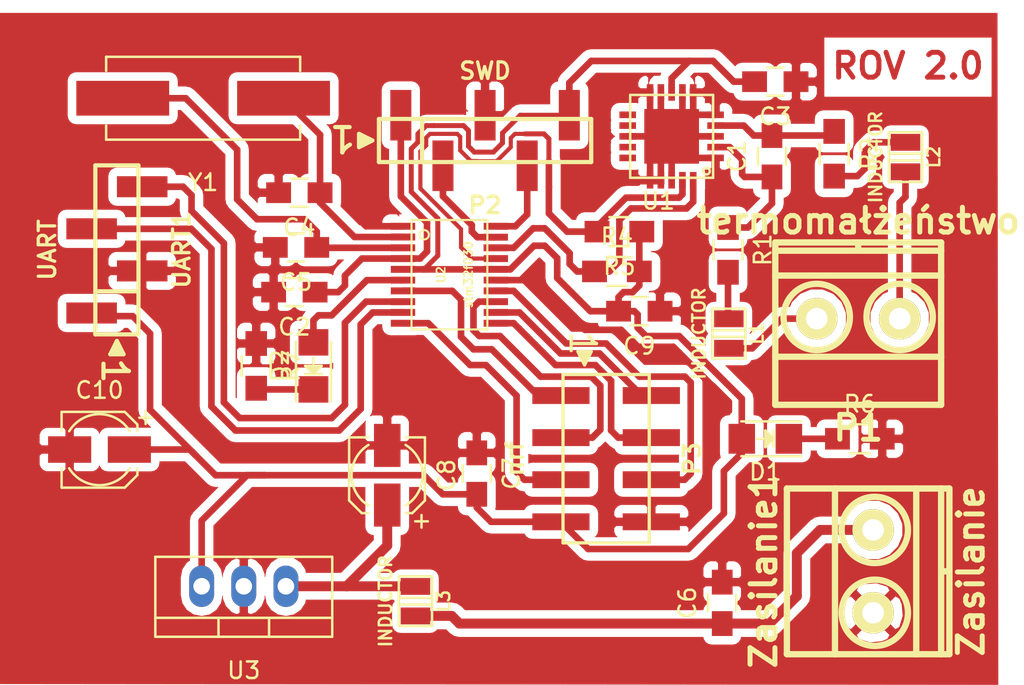
<source format=kicad_pcb>
(kicad_pcb (version 4) (host pcbnew 4.0.4-stable)

  (general
    (links 77)
    (no_connects 0)
    (area 119.15 76.095 180.814286 117.755)
    (thickness 1.6)
    (drawings 1)
    (tracks 306)
    (zones 0)
    (modules 30)
    (nets 33)
  )

  (page A4)
  (layers
    (0 F.Cu signal)
    (31 B.Cu signal)
    (32 B.Adhes user)
    (33 F.Adhes user)
    (34 B.Paste user)
    (35 F.Paste user)
    (36 B.SilkS user)
    (37 F.SilkS user)
    (38 B.Mask user)
    (39 F.Mask user)
    (40 Dwgs.User user)
    (41 Cmts.User user)
    (42 Eco1.User user)
    (43 Eco2.User user)
    (44 Edge.Cuts user)
    (45 Margin user)
    (46 B.CrtYd user)
    (47 F.CrtYd user)
    (48 B.Fab user)
    (49 F.Fab user)
  )

  (setup
    (last_trace_width 0.6)
    (user_trace_width 0.2)
    (user_trace_width 0.3)
    (user_trace_width 0.4)
    (user_trace_width 0.5)
    (user_trace_width 0.6)
    (trace_clearance 0.2)
    (zone_clearance 0.508)
    (zone_45_only no)
    (trace_min 0.2)
    (segment_width 0.2)
    (edge_width 0.1)
    (via_size 0.6)
    (via_drill 0.4)
    (via_min_size 0.4)
    (via_min_drill 0.3)
    (uvia_size 0.3)
    (uvia_drill 0.1)
    (uvias_allowed no)
    (uvia_min_size 0.2)
    (uvia_min_drill 0.1)
    (pcb_text_width 0.3)
    (pcb_text_size 1.5 1.5)
    (mod_edge_width 0.15)
    (mod_text_size 1 1)
    (mod_text_width 0.15)
    (pad_size 1.5 1.5)
    (pad_drill 0.6)
    (pad_to_mask_clearance 0)
    (aux_axis_origin 0 0)
    (visible_elements 7FFFFFFF)
    (pcbplotparams
      (layerselection 0x00030_80000001)
      (usegerberextensions false)
      (excludeedgelayer true)
      (linewidth 0.100000)
      (plotframeref false)
      (viasonmask false)
      (mode 1)
      (useauxorigin false)
      (hpglpennumber 1)
      (hpglpenspeed 20)
      (hpglpendiameter 15)
      (hpglpenoverlay 2)
      (psnegative false)
      (psa4output false)
      (plotreference true)
      (plotvalue true)
      (plotinvisibletext false)
      (padsonsilk false)
      (subtractmaskfromsilk false)
      (outputformat 1)
      (mirror false)
      (drillshape 1)
      (scaleselection 1)
      (outputdirectory ""))
  )

  (net 0 "")
  (net 1 "Net-(C1-Pad1)")
  (net 2 "Net-(C1-Pad2)")
  (net 3 "Net-(C2-Pad1)")
  (net 4 GND)
  (net 5 +3V3)
  (net 6 "Net-(C4-Pad1)")
  (net 7 "Net-(C5-Pad1)")
  (net 8 "Net-(C6-Pad1)")
  (net 9 "Net-(C8-Pad1)")
  (net 10 "Net-(D1-Pad1)")
  (net 11 1)
  (net 12 "Net-(D2-Pad1)")
  (net 13 "Net-(L1-Pad1)")
  (net 14 "Net-(L1-Pad2)")
  (net 15 "Net-(L2-Pad1)")
  (net 16 "Net-(L2-Pad2)")
  (net 17 "Net-(P2-Pad2)")
  (net 18 "Net-(P2-Pad4)")
  (net 19 "Net-(P3-Pad6)")
  (net 20 "Net-(P3-Pad5)")
  (net 21 "Net-(P3-Pad1)")
  (net 22 "Net-(P3-Pad2)")
  (net 23 "Net-(P3-Pad3)")
  (net 24 "Net-(P3-Pad4)")
  (net 25 "Net-(R4-Pad1)")
  (net 26 "Net-(R5-Pad2)")
  (net 27 "Net-(U1-Pad11)")
  (net 28 "Net-(U1-Pad12)")
  (net 29 "Net-(U1-Pad14)")
  (net 30 "Net-(U1-Pad15)")
  (net 31 "Net-(U2-Pad8)")
  (net 32 "Net-(U2-Pad9)")

  (net_class Default "To jest domyślna klasa połączeń."
    (clearance 0.2)
    (trace_width 0.25)
    (via_dia 0.6)
    (via_drill 0.4)
    (uvia_dia 0.3)
    (uvia_drill 0.1)
    (add_net +3V3)
    (add_net 1)
    (add_net GND)
    (add_net "Net-(C1-Pad1)")
    (add_net "Net-(C1-Pad2)")
    (add_net "Net-(C2-Pad1)")
    (add_net "Net-(C4-Pad1)")
    (add_net "Net-(C5-Pad1)")
    (add_net "Net-(C6-Pad1)")
    (add_net "Net-(C8-Pad1)")
    (add_net "Net-(D1-Pad1)")
    (add_net "Net-(D2-Pad1)")
    (add_net "Net-(L1-Pad1)")
    (add_net "Net-(L1-Pad2)")
    (add_net "Net-(L2-Pad1)")
    (add_net "Net-(L2-Pad2)")
    (add_net "Net-(P2-Pad2)")
    (add_net "Net-(P2-Pad4)")
    (add_net "Net-(P3-Pad1)")
    (add_net "Net-(P3-Pad2)")
    (add_net "Net-(P3-Pad3)")
    (add_net "Net-(P3-Pad4)")
    (add_net "Net-(P3-Pad5)")
    (add_net "Net-(P3-Pad6)")
    (add_net "Net-(R4-Pad1)")
    (add_net "Net-(R5-Pad2)")
    (add_net "Net-(U1-Pad11)")
    (add_net "Net-(U1-Pad12)")
    (add_net "Net-(U1-Pad14)")
    (add_net "Net-(U1-Pad15)")
    (add_net "Net-(U2-Pad8)")
    (add_net "Net-(U2-Pad9)")
  )

  (module w_conn_mkds:mkds_1,5-2 (layer F.Cu) (tedit 532D8FC0) (tstamp 58206E0C)
    (at 171.8 110.7 90)
    (descr "2-way 5mm pitch terminal block, Phoenix MKDS series")
    (path /5812277F)
    (fp_text reference Zasilanie1 (at 0 -6.6 90) (layer F.SilkS)
      (effects (font (size 1.5 1.5) (thickness 0.3)))
    )
    (fp_text value Zasilanie (at 0 5.9 90) (layer F.SilkS)
      (effects (font (size 1.5 1.5) (thickness 0.3)))
    )
    (fp_line (start 0 4.1) (end 0 4.6) (layer F.SilkS) (width 0.381))
    (fp_circle (center 2.5 0.1) (end 0.5 0.1) (layer F.SilkS) (width 0.381))
    (fp_circle (center -2.5 0.1) (end -0.5 0.1) (layer F.SilkS) (width 0.381))
    (fp_line (start -5 2.6) (end 5 2.6) (layer F.SilkS) (width 0.381))
    (fp_line (start -5 -2.3) (end 5 -2.3) (layer F.SilkS) (width 0.381))
    (fp_line (start -5 4.1) (end 5 4.1) (layer F.SilkS) (width 0.381))
    (fp_line (start -5 4.6) (end 5 4.6) (layer F.SilkS) (width 0.381))
    (fp_line (start 5 4.6) (end 5 -5.2) (layer F.SilkS) (width 0.381))
    (fp_line (start 5 -5.2) (end -5 -5.2) (layer F.SilkS) (width 0.381))
    (fp_line (start -5 -5.2) (end -5 4.6) (layer F.SilkS) (width 0.381))
    (pad 1 thru_hole circle (at -2.5 0 90) (size 2.5 2.5) (drill 1.3) (layers *.Cu *.Mask F.SilkS)
      (net 4 GND))
    (pad 2 thru_hole circle (at 2.5 0 90) (size 2.5 2.5) (drill 1.3) (layers *.Cu *.Mask F.SilkS)
      (net 8 "Net-(C6-Pad1)"))
    (model walter/conn_mkds/mkds_1,5-2.wrl
      (at (xyz 0 0 0))
      (scale (xyz 1 1 1))
      (rotate (xyz 0 0 0))
    )
    (model "C:/Users/Kuba/Desktop/rov2/termopara/modele 3d/conn/walter/conn_mkds/mkds_1,5-2.wrl"
      (at (xyz 0 0 0))
      (scale (xyz 1 1 1))
      (rotate (xyz 0 0 0))
    )
  )

  (module w_smd_dil:tssop-20 (layer F.Cu) (tedit 49E9CFE4) (tstamp 58206DF1)
    (at 146.25 92.8 270)
    (descr TSSOP-20)
    (path /58112970)
    (fp_text reference U2 (at 0 0.508 270) (layer F.SilkS)
      (effects (font (size 0.50038 0.50038) (thickness 0.09906)))
    )
    (fp_text value stm32f030 (at 0 -1.143 270) (layer F.SilkS)
      (effects (font (size 0.50038 0.50038) (thickness 0.09906)))
    )
    (fp_line (start 3.302 -2.286) (end -3.302 -2.286) (layer F.SilkS) (width 0.127))
    (fp_line (start -3.302 -2.286) (end -3.302 2.286) (layer F.SilkS) (width 0.127))
    (fp_line (start -3.302 2.286) (end 3.302 2.286) (layer F.SilkS) (width 0.127))
    (fp_line (start 3.302 2.286) (end 3.302 -2.286) (layer F.SilkS) (width 0.127))
    (fp_circle (center -2.413 1.524) (end -2.54 1.778) (layer F.SilkS) (width 0.127))
    (pad 5 smd rect (at -0.32512 2.79908 270) (size 0.4191 1.47066) (layers F.Cu F.Paste F.Mask)
      (net 5 +3V3))
    (pad 6 smd rect (at 0.32512 2.79908 270) (size 0.4191 1.47066) (layers F.Cu F.Paste F.Mask)
      (net 11 1))
    (pad 7 smd rect (at 0.97536 2.79908 270) (size 0.4191 1.47066) (layers F.Cu F.Paste F.Mask)
      (net 21 "Net-(P3-Pad1)"))
    (pad 8 smd rect (at 1.6256 2.79908 270) (size 0.4191 1.47066) (layers F.Cu F.Paste F.Mask)
      (net 31 "Net-(U2-Pad8)"))
    (pad 19 smd rect (at -2.26568 -2.794 270) (size 0.4191 1.47066) (layers F.Cu F.Paste F.Mask)
      (net 17 "Net-(P2-Pad2)"))
    (pad 2 smd rect (at -2.27584 2.79908 270) (size 0.4191 1.47066) (layers F.Cu F.Paste F.Mask)
      (net 6 "Net-(C4-Pad1)"))
    (pad 3 smd rect (at -1.6256 2.79908 270) (size 0.4191 1.47066) (layers F.Cu F.Paste F.Mask)
      (net 7 "Net-(C5-Pad1)"))
    (pad 4 smd rect (at -0.97536 2.79908 270) (size 0.4191 1.47066) (layers F.Cu F.Paste F.Mask)
      (net 3 "Net-(C2-Pad1)"))
    (pad 12 smd rect (at 2.27584 -2.79908 270) (size 0.4191 1.47066) (layers F.Cu F.Paste F.Mask)
      (net 22 "Net-(P3-Pad2)"))
    (pad 13 smd rect (at 1.6256 -2.79908 270) (size 0.4191 1.47066) (layers F.Cu F.Paste F.Mask)
      (net 23 "Net-(P3-Pad3)"))
    (pad 14 smd rect (at 0.97536 -2.79908 270) (size 0.4191 1.47066) (layers F.Cu F.Paste F.Mask)
      (net 19 "Net-(P3-Pad6)"))
    (pad 15 smd rect (at 0.32512 -2.79908 270) (size 0.4191 1.47066) (layers F.Cu F.Paste F.Mask)
      (net 4 GND))
    (pad 16 smd rect (at -0.32512 -2.79908 270) (size 0.4191 1.47066) (layers F.Cu F.Paste F.Mask)
      (net 5 +3V3))
    (pad 17 smd rect (at -0.97536 -2.79908 270) (size 0.4191 1.47066) (layers F.Cu F.Paste F.Mask)
      (net 26 "Net-(R5-Pad2)"))
    (pad 9 smd rect (at 2.27584 2.79908 270) (size 0.4191 1.47066) (layers F.Cu F.Paste F.Mask)
      (net 32 "Net-(U2-Pad9)"))
    (pad 18 smd rect (at -1.6256 -2.794 270) (size 0.4191 1.47066) (layers F.Cu F.Paste F.Mask)
      (net 25 "Net-(R4-Pad1)"))
    (pad 1 smd rect (at -2.92608 2.79908 270) (size 0.4191 1.47066) (layers F.Cu F.Paste F.Mask)
      (net 4 GND))
    (pad 10 smd rect (at 2.92608 2.79908 270) (size 0.4191 1.47066) (layers F.Cu F.Paste F.Mask)
      (net 20 "Net-(P3-Pad5)"))
    (pad 11 smd rect (at 2.92608 -2.79908 270) (size 0.4191 1.47066) (layers F.Cu F.Paste F.Mask)
      (net 24 "Net-(P3-Pad4)"))
    (pad 20 smd rect (at -2.92608 -2.79908 270) (size 0.4191 1.47066) (layers F.Cu F.Paste F.Mask)
      (net 18 "Net-(P2-Pad4)"))
    (model walter/smd_dil/tssop-20.wrl
      (at (xyz 0 0 0))
      (scale (xyz 1 1 1))
      (rotate (xyz 0 0 0))
    )
    (model "C:/Users/Kuba/Desktop/rov2/termopara/modele 3d/dil/walter/smd_dil/tssop-20.wrl"
      (at (xyz 0 0 0))
      (scale (xyz 1 1 1))
      (rotate (xyz 0 0 0))
    )
  )

  (module Capacitors_SMD:C_0805_HandSoldering (layer F.Cu) (tedit 541A9B8D) (tstamp 58206D2D)
    (at 165.7 85.65 90)
    (descr "Capacitor SMD 0805, hand soldering")
    (tags "capacitor 0805")
    (path /58113219)
    (attr smd)
    (fp_text reference C1 (at 0 -2.1 90) (layer F.SilkS)
      (effects (font (size 1 1) (thickness 0.15)))
    )
    (fp_text value 100n (at 0 2.1 90) (layer F.Fab)
      (effects (font (size 1 1) (thickness 0.15)))
    )
    (fp_line (start -1 0.625) (end -1 -0.625) (layer F.Fab) (width 0.15))
    (fp_line (start 1 0.625) (end -1 0.625) (layer F.Fab) (width 0.15))
    (fp_line (start 1 -0.625) (end 1 0.625) (layer F.Fab) (width 0.15))
    (fp_line (start -1 -0.625) (end 1 -0.625) (layer F.Fab) (width 0.15))
    (fp_line (start -2.3 -1) (end 2.3 -1) (layer F.CrtYd) (width 0.05))
    (fp_line (start -2.3 1) (end 2.3 1) (layer F.CrtYd) (width 0.05))
    (fp_line (start -2.3 -1) (end -2.3 1) (layer F.CrtYd) (width 0.05))
    (fp_line (start 2.3 -1) (end 2.3 1) (layer F.CrtYd) (width 0.05))
    (fp_line (start 0.5 -0.85) (end -0.5 -0.85) (layer F.SilkS) (width 0.15))
    (fp_line (start -0.5 0.85) (end 0.5 0.85) (layer F.SilkS) (width 0.15))
    (pad 1 smd rect (at -1.25 0 90) (size 1.5 1.25) (layers F.Cu F.Paste F.Mask)
      (net 1 "Net-(C1-Pad1)"))
    (pad 2 smd rect (at 1.25 0 90) (size 1.5 1.25) (layers F.Cu F.Paste F.Mask)
      (net 2 "Net-(C1-Pad2)"))
    (model Capacitors_SMD.3dshapes/C_0805_HandSoldering.wrl
      (at (xyz 0 0 0))
      (scale (xyz 1 1 1))
      (rotate (xyz 0 0 0))
    )
  )

  (module Capacitors_SMD:C_0805_HandSoldering (layer F.Cu) (tedit 541A9B8D) (tstamp 58206D33)
    (at 136.9 93.85 180)
    (descr "Capacitor SMD 0805, hand soldering")
    (tags "capacitor 0805")
    (path /581188E8)
    (attr smd)
    (fp_text reference C2 (at 0 -2.1 180) (layer F.SilkS)
      (effects (font (size 1 1) (thickness 0.15)))
    )
    (fp_text value 100n (at 0 2.1 180) (layer F.Fab)
      (effects (font (size 1 1) (thickness 0.15)))
    )
    (fp_line (start -1 0.625) (end -1 -0.625) (layer F.Fab) (width 0.15))
    (fp_line (start 1 0.625) (end -1 0.625) (layer F.Fab) (width 0.15))
    (fp_line (start 1 -0.625) (end 1 0.625) (layer F.Fab) (width 0.15))
    (fp_line (start -1 -0.625) (end 1 -0.625) (layer F.Fab) (width 0.15))
    (fp_line (start -2.3 -1) (end 2.3 -1) (layer F.CrtYd) (width 0.05))
    (fp_line (start -2.3 1) (end 2.3 1) (layer F.CrtYd) (width 0.05))
    (fp_line (start -2.3 -1) (end -2.3 1) (layer F.CrtYd) (width 0.05))
    (fp_line (start 2.3 -1) (end 2.3 1) (layer F.CrtYd) (width 0.05))
    (fp_line (start 0.5 -0.85) (end -0.5 -0.85) (layer F.SilkS) (width 0.15))
    (fp_line (start -0.5 0.85) (end 0.5 0.85) (layer F.SilkS) (width 0.15))
    (pad 1 smd rect (at -1.25 0 180) (size 1.5 1.25) (layers F.Cu F.Paste F.Mask)
      (net 3 "Net-(C2-Pad1)"))
    (pad 2 smd rect (at 1.25 0 180) (size 1.5 1.25) (layers F.Cu F.Paste F.Mask)
      (net 4 GND))
    (model Capacitors_SMD.3dshapes/C_0805_HandSoldering.wrl
      (at (xyz 0 0 0))
      (scale (xyz 1 1 1))
      (rotate (xyz 0 0 0))
    )
  )

  (module Capacitors_SMD:C_0805_HandSoldering (layer F.Cu) (tedit 541A9B8D) (tstamp 58206D39)
    (at 165.9 81.15 180)
    (descr "Capacitor SMD 0805, hand soldering")
    (tags "capacitor 0805")
    (path /5811DCD5)
    (attr smd)
    (fp_text reference C3 (at 0 -2.1 180) (layer F.SilkS)
      (effects (font (size 1 1) (thickness 0.15)))
    )
    (fp_text value 100n (at 0 2.1 180) (layer F.Fab)
      (effects (font (size 1 1) (thickness 0.15)))
    )
    (fp_line (start -1 0.625) (end -1 -0.625) (layer F.Fab) (width 0.15))
    (fp_line (start 1 0.625) (end -1 0.625) (layer F.Fab) (width 0.15))
    (fp_line (start 1 -0.625) (end 1 0.625) (layer F.Fab) (width 0.15))
    (fp_line (start -1 -0.625) (end 1 -0.625) (layer F.Fab) (width 0.15))
    (fp_line (start -2.3 -1) (end 2.3 -1) (layer F.CrtYd) (width 0.05))
    (fp_line (start -2.3 1) (end 2.3 1) (layer F.CrtYd) (width 0.05))
    (fp_line (start -2.3 -1) (end -2.3 1) (layer F.CrtYd) (width 0.05))
    (fp_line (start 2.3 -1) (end 2.3 1) (layer F.CrtYd) (width 0.05))
    (fp_line (start 0.5 -0.85) (end -0.5 -0.85) (layer F.SilkS) (width 0.15))
    (fp_line (start -0.5 0.85) (end 0.5 0.85) (layer F.SilkS) (width 0.15))
    (pad 1 smd rect (at -1.25 0 180) (size 1.5 1.25) (layers F.Cu F.Paste F.Mask)
      (net 4 GND))
    (pad 2 smd rect (at 1.25 0 180) (size 1.5 1.25) (layers F.Cu F.Paste F.Mask)
      (net 5 +3V3))
    (model Capacitors_SMD.3dshapes/C_0805_HandSoldering.wrl
      (at (xyz 0 0 0))
      (scale (xyz 1 1 1))
      (rotate (xyz 0 0 0))
    )
  )

  (module Capacitors_SMD:C_0805_HandSoldering (layer F.Cu) (tedit 541A9B8D) (tstamp 58206D3F)
    (at 137.2 87.85 180)
    (descr "Capacitor SMD 0805, hand soldering")
    (tags "capacitor 0805")
    (path /581135BA)
    (attr smd)
    (fp_text reference C4 (at 0 -2.1 180) (layer F.SilkS)
      (effects (font (size 1 1) (thickness 0.15)))
    )
    (fp_text value 20p (at 0 2.1 180) (layer F.Fab)
      (effects (font (size 1 1) (thickness 0.15)))
    )
    (fp_line (start -1 0.625) (end -1 -0.625) (layer F.Fab) (width 0.15))
    (fp_line (start 1 0.625) (end -1 0.625) (layer F.Fab) (width 0.15))
    (fp_line (start 1 -0.625) (end 1 0.625) (layer F.Fab) (width 0.15))
    (fp_line (start -1 -0.625) (end 1 -0.625) (layer F.Fab) (width 0.15))
    (fp_line (start -2.3 -1) (end 2.3 -1) (layer F.CrtYd) (width 0.05))
    (fp_line (start -2.3 1) (end 2.3 1) (layer F.CrtYd) (width 0.05))
    (fp_line (start -2.3 -1) (end -2.3 1) (layer F.CrtYd) (width 0.05))
    (fp_line (start 2.3 -1) (end 2.3 1) (layer F.CrtYd) (width 0.05))
    (fp_line (start 0.5 -0.85) (end -0.5 -0.85) (layer F.SilkS) (width 0.15))
    (fp_line (start -0.5 0.85) (end 0.5 0.85) (layer F.SilkS) (width 0.15))
    (pad 1 smd rect (at -1.25 0 180) (size 1.5 1.25) (layers F.Cu F.Paste F.Mask)
      (net 6 "Net-(C4-Pad1)"))
    (pad 2 smd rect (at 1.25 0 180) (size 1.5 1.25) (layers F.Cu F.Paste F.Mask)
      (net 4 GND))
    (model Capacitors_SMD.3dshapes/C_0805_HandSoldering.wrl
      (at (xyz 0 0 0))
      (scale (xyz 1 1 1))
      (rotate (xyz 0 0 0))
    )
  )

  (module Capacitors_SMD:C_0805_HandSoldering (layer F.Cu) (tedit 541A9B8D) (tstamp 58206D45)
    (at 137 91.15 180)
    (descr "Capacitor SMD 0805, hand soldering")
    (tags "capacitor 0805")
    (path /581135F9)
    (attr smd)
    (fp_text reference C5 (at 0 -2.1 180) (layer F.SilkS)
      (effects (font (size 1 1) (thickness 0.15)))
    )
    (fp_text value 20p (at 0 2.1 180) (layer F.Fab)
      (effects (font (size 1 1) (thickness 0.15)))
    )
    (fp_line (start -1 0.625) (end -1 -0.625) (layer F.Fab) (width 0.15))
    (fp_line (start 1 0.625) (end -1 0.625) (layer F.Fab) (width 0.15))
    (fp_line (start 1 -0.625) (end 1 0.625) (layer F.Fab) (width 0.15))
    (fp_line (start -1 -0.625) (end 1 -0.625) (layer F.Fab) (width 0.15))
    (fp_line (start -2.3 -1) (end 2.3 -1) (layer F.CrtYd) (width 0.05))
    (fp_line (start -2.3 1) (end 2.3 1) (layer F.CrtYd) (width 0.05))
    (fp_line (start -2.3 -1) (end -2.3 1) (layer F.CrtYd) (width 0.05))
    (fp_line (start 2.3 -1) (end 2.3 1) (layer F.CrtYd) (width 0.05))
    (fp_line (start 0.5 -0.85) (end -0.5 -0.85) (layer F.SilkS) (width 0.15))
    (fp_line (start -0.5 0.85) (end 0.5 0.85) (layer F.SilkS) (width 0.15))
    (pad 1 smd rect (at -1.25 0 180) (size 1.5 1.25) (layers F.Cu F.Paste F.Mask)
      (net 7 "Net-(C5-Pad1)"))
    (pad 2 smd rect (at 1.25 0 180) (size 1.5 1.25) (layers F.Cu F.Paste F.Mask)
      (net 4 GND))
    (model Capacitors_SMD.3dshapes/C_0805_HandSoldering.wrl
      (at (xyz 0 0 0))
      (scale (xyz 1 1 1))
      (rotate (xyz 0 0 0))
    )
  )

  (module Capacitors_SMD:C_0805_HandSoldering (layer F.Cu) (tedit 541A9B8D) (tstamp 58206D4B)
    (at 162.7 112.6 90)
    (descr "Capacitor SMD 0805, hand soldering")
    (tags "capacitor 0805")
    (path /581227D6)
    (attr smd)
    (fp_text reference C6 (at 0 -2.1 90) (layer F.SilkS)
      (effects (font (size 1 1) (thickness 0.15)))
    )
    (fp_text value 4,7u (at 0 2.1 90) (layer F.Fab)
      (effects (font (size 1 1) (thickness 0.15)))
    )
    (fp_line (start -1 0.625) (end -1 -0.625) (layer F.Fab) (width 0.15))
    (fp_line (start 1 0.625) (end -1 0.625) (layer F.Fab) (width 0.15))
    (fp_line (start 1 -0.625) (end 1 0.625) (layer F.Fab) (width 0.15))
    (fp_line (start -1 -0.625) (end 1 -0.625) (layer F.Fab) (width 0.15))
    (fp_line (start -2.3 -1) (end 2.3 -1) (layer F.CrtYd) (width 0.05))
    (fp_line (start -2.3 1) (end 2.3 1) (layer F.CrtYd) (width 0.05))
    (fp_line (start -2.3 -1) (end -2.3 1) (layer F.CrtYd) (width 0.05))
    (fp_line (start 2.3 -1) (end 2.3 1) (layer F.CrtYd) (width 0.05))
    (fp_line (start 0.5 -0.85) (end -0.5 -0.85) (layer F.SilkS) (width 0.15))
    (fp_line (start -0.5 0.85) (end 0.5 0.85) (layer F.SilkS) (width 0.15))
    (pad 1 smd rect (at -1.25 0 90) (size 1.5 1.25) (layers F.Cu F.Paste F.Mask)
      (net 8 "Net-(C6-Pad1)"))
    (pad 2 smd rect (at 1.25 0 90) (size 1.5 1.25) (layers F.Cu F.Paste F.Mask)
      (net 4 GND))
    (model Capacitors_SMD.3dshapes/C_0805_HandSoldering.wrl
      (at (xyz 0 0 0))
      (scale (xyz 1 1 1))
      (rotate (xyz 0 0 0))
    )
  )

  (module Capacitors_SMD:C_0805_HandSoldering (layer F.Cu) (tedit 541A9B8D) (tstamp 58206D51)
    (at 147.9 104.8 270)
    (descr "Capacitor SMD 0805, hand soldering")
    (tags "capacitor 0805")
    (path /5811FACB)
    (attr smd)
    (fp_text reference C7 (at 0 -2.1 270) (layer F.SilkS)
      (effects (font (size 1 1) (thickness 0.15)))
    )
    (fp_text value 100n (at 0 2.1 270) (layer F.Fab)
      (effects (font (size 1 1) (thickness 0.15)))
    )
    (fp_line (start -1 0.625) (end -1 -0.625) (layer F.Fab) (width 0.15))
    (fp_line (start 1 0.625) (end -1 0.625) (layer F.Fab) (width 0.15))
    (fp_line (start 1 -0.625) (end 1 0.625) (layer F.Fab) (width 0.15))
    (fp_line (start -1 -0.625) (end 1 -0.625) (layer F.Fab) (width 0.15))
    (fp_line (start -2.3 -1) (end 2.3 -1) (layer F.CrtYd) (width 0.05))
    (fp_line (start -2.3 1) (end 2.3 1) (layer F.CrtYd) (width 0.05))
    (fp_line (start -2.3 -1) (end -2.3 1) (layer F.CrtYd) (width 0.05))
    (fp_line (start 2.3 -1) (end 2.3 1) (layer F.CrtYd) (width 0.05))
    (fp_line (start 0.5 -0.85) (end -0.5 -0.85) (layer F.SilkS) (width 0.15))
    (fp_line (start -0.5 0.85) (end 0.5 0.85) (layer F.SilkS) (width 0.15))
    (pad 1 smd rect (at -1.25 0 270) (size 1.5 1.25) (layers F.Cu F.Paste F.Mask)
      (net 4 GND))
    (pad 2 smd rect (at 1.25 0 270) (size 1.5 1.25) (layers F.Cu F.Paste F.Mask)
      (net 5 +3V3))
    (model Capacitors_SMD.3dshapes/C_0805_HandSoldering.wrl
      (at (xyz 0 0 0))
      (scale (xyz 1 1 1))
      (rotate (xyz 0 0 0))
    )
  )

  (module Capacitors_SMD:c_elec_4x4.5 (layer F.Cu) (tedit 57FA4379) (tstamp 58206D57)
    (at 142.5 104.9 90)
    (descr "SMT capacitor, aluminium electrolytic, 4x4.5")
    (path /58123F3F)
    (attr smd)
    (fp_text reference C8 (at 0 3.5814 270) (layer F.SilkS)
      (effects (font (size 1 1) (thickness 0.15)))
    )
    (fp_text value 10u (at 0 -3.4544 270) (layer F.Fab)
      (effects (font (size 1 1) (thickness 0.15)))
    )
    (fp_text user + (at -1.2446 -0.0762 90) (layer F.Fab)
      (effects (font (size 1 1) (thickness 0.15)))
    )
    (fp_line (start 2.1336 2.1209) (end 2.1336 -2.1463) (layer F.Fab) (width 0.15))
    (fp_line (start -1.4605 2.1209) (end 2.1336 2.1209) (layer F.Fab) (width 0.15))
    (fp_line (start -2.1336 1.4478) (end -1.4605 2.1209) (layer F.Fab) (width 0.15))
    (fp_line (start -2.1336 -1.4732) (end -2.1336 1.4478) (layer F.Fab) (width 0.15))
    (fp_line (start -1.4605 -2.1463) (end -2.1336 -1.4732) (layer F.Fab) (width 0.15))
    (fp_line (start 2.1336 -2.1463) (end -1.4605 -2.1463) (layer F.Fab) (width 0.15))
    (fp_line (start 2.286 -2.2987) (end 2.286 -1.1303) (layer F.SilkS) (width 0.15))
    (fp_line (start 2.286 2.2733) (end 2.286 1.1049) (layer F.SilkS) (width 0.15))
    (fp_line (start -2.286 1.5113) (end -2.286 1.1049) (layer F.SilkS) (width 0.15))
    (fp_line (start -2.286 -1.5367) (end -2.286 -1.1303) (layer F.SilkS) (width 0.15))
    (fp_text user + (at -2.7813 1.9939 270) (layer F.SilkS)
      (effects (font (size 1 1) (thickness 0.15)))
    )
    (fp_arc (start 0 0) (end -1.8288 -1.1303) (angle 116.6) (layer F.SilkS) (width 0.15))
    (fp_arc (start 0 0) (end 1.8288 1.1049) (angle 117.7) (layer F.SilkS) (width 0.15))
    (fp_line (start 3.35 -2.6627) (end -3.35 -2.6627) (layer F.CrtYd) (width 0.05))
    (fp_line (start -3.35 2.6373) (end 3.35 2.6373) (layer F.CrtYd) (width 0.05))
    (fp_line (start 3.35 2.6373) (end 3.35 -2.6627) (layer F.CrtYd) (width 0.05))
    (fp_line (start -3.35 -2.6627) (end -3.35 2.6373) (layer F.CrtYd) (width 0.05))
    (fp_line (start -1.524 -2.2987) (end 2.286 -2.2987) (layer F.SilkS) (width 0.15))
    (fp_line (start -1.524 -2.2987) (end -2.286 -1.5367) (layer F.SilkS) (width 0.15))
    (fp_line (start -1.524 2.2733) (end 2.286 2.2733) (layer F.SilkS) (width 0.15))
    (fp_line (start -1.524 2.2733) (end -2.286 1.5113) (layer F.SilkS) (width 0.15))
    (pad 1 smd rect (at -1.8 0 270) (size 2.6 1.6) (layers F.Cu F.Paste F.Mask)
      (net 9 "Net-(C8-Pad1)"))
    (pad 2 smd rect (at 1.8 0 270) (size 2.6 1.6) (layers F.Cu F.Paste F.Mask)
      (net 4 GND))
    (model Capacitors_SMD.3dshapes/c_elec_4x4.5.wrl
      (at (xyz 0 0 0))
      (scale (xyz 1 1 1))
      (rotate (xyz 0 0 180))
    )
  )

  (module Capacitors_SMD:C_0805_HandSoldering (layer F.Cu) (tedit 541A9B8D) (tstamp 58206D5D)
    (at 157.7 95 180)
    (descr "Capacitor SMD 0805, hand soldering")
    (tags "capacitor 0805")
    (path /58120B82)
    (attr smd)
    (fp_text reference C9 (at 0 -2.1 180) (layer F.SilkS)
      (effects (font (size 1 1) (thickness 0.15)))
    )
    (fp_text value 100n (at 0 2.1 180) (layer F.Fab)
      (effects (font (size 1 1) (thickness 0.15)))
    )
    (fp_line (start -1 0.625) (end -1 -0.625) (layer F.Fab) (width 0.15))
    (fp_line (start 1 0.625) (end -1 0.625) (layer F.Fab) (width 0.15))
    (fp_line (start 1 -0.625) (end 1 0.625) (layer F.Fab) (width 0.15))
    (fp_line (start -1 -0.625) (end 1 -0.625) (layer F.Fab) (width 0.15))
    (fp_line (start -2.3 -1) (end 2.3 -1) (layer F.CrtYd) (width 0.05))
    (fp_line (start -2.3 1) (end 2.3 1) (layer F.CrtYd) (width 0.05))
    (fp_line (start -2.3 -1) (end -2.3 1) (layer F.CrtYd) (width 0.05))
    (fp_line (start 2.3 -1) (end 2.3 1) (layer F.CrtYd) (width 0.05))
    (fp_line (start 0.5 -0.85) (end -0.5 -0.85) (layer F.SilkS) (width 0.15))
    (fp_line (start -0.5 0.85) (end 0.5 0.85) (layer F.SilkS) (width 0.15))
    (pad 1 smd rect (at -1.25 0 180) (size 1.5 1.25) (layers F.Cu F.Paste F.Mask)
      (net 4 GND))
    (pad 2 smd rect (at 1.25 0 180) (size 1.5 1.25) (layers F.Cu F.Paste F.Mask)
      (net 5 +3V3))
    (model Capacitors_SMD.3dshapes/C_0805_HandSoldering.wrl
      (at (xyz 0 0 0))
      (scale (xyz 1 1 1))
      (rotate (xyz 0 0 0))
    )
  )

  (module Capacitors_SMD:c_elec_4x4.5 (layer F.Cu) (tedit 57FA4379) (tstamp 58206D63)
    (at 125.15 103.35 180)
    (descr "SMT capacitor, aluminium electrolytic, 4x4.5")
    (path /58123ECB)
    (attr smd)
    (fp_text reference C10 (at 0 3.5814 360) (layer F.SilkS)
      (effects (font (size 1 1) (thickness 0.15)))
    )
    (fp_text value 10u (at 0 -3.4544 360) (layer F.Fab)
      (effects (font (size 1 1) (thickness 0.15)))
    )
    (fp_text user + (at -1.2446 -0.0762 180) (layer F.Fab)
      (effects (font (size 1 1) (thickness 0.15)))
    )
    (fp_line (start 2.1336 2.1209) (end 2.1336 -2.1463) (layer F.Fab) (width 0.15))
    (fp_line (start -1.4605 2.1209) (end 2.1336 2.1209) (layer F.Fab) (width 0.15))
    (fp_line (start -2.1336 1.4478) (end -1.4605 2.1209) (layer F.Fab) (width 0.15))
    (fp_line (start -2.1336 -1.4732) (end -2.1336 1.4478) (layer F.Fab) (width 0.15))
    (fp_line (start -1.4605 -2.1463) (end -2.1336 -1.4732) (layer F.Fab) (width 0.15))
    (fp_line (start 2.1336 -2.1463) (end -1.4605 -2.1463) (layer F.Fab) (width 0.15))
    (fp_line (start 2.286 -2.2987) (end 2.286 -1.1303) (layer F.SilkS) (width 0.15))
    (fp_line (start 2.286 2.2733) (end 2.286 1.1049) (layer F.SilkS) (width 0.15))
    (fp_line (start -2.286 1.5113) (end -2.286 1.1049) (layer F.SilkS) (width 0.15))
    (fp_line (start -2.286 -1.5367) (end -2.286 -1.1303) (layer F.SilkS) (width 0.15))
    (fp_text user + (at -2.7813 1.9939 360) (layer F.SilkS)
      (effects (font (size 1 1) (thickness 0.15)))
    )
    (fp_arc (start 0 0) (end -1.8288 -1.1303) (angle 116.6) (layer F.SilkS) (width 0.15))
    (fp_arc (start 0 0) (end 1.8288 1.1049) (angle 117.7) (layer F.SilkS) (width 0.15))
    (fp_line (start 3.35 -2.6627) (end -3.35 -2.6627) (layer F.CrtYd) (width 0.05))
    (fp_line (start -3.35 2.6373) (end 3.35 2.6373) (layer F.CrtYd) (width 0.05))
    (fp_line (start 3.35 2.6373) (end 3.35 -2.6627) (layer F.CrtYd) (width 0.05))
    (fp_line (start -3.35 -2.6627) (end -3.35 2.6373) (layer F.CrtYd) (width 0.05))
    (fp_line (start -1.524 -2.2987) (end 2.286 -2.2987) (layer F.SilkS) (width 0.15))
    (fp_line (start -1.524 -2.2987) (end -2.286 -1.5367) (layer F.SilkS) (width 0.15))
    (fp_line (start -1.524 2.2733) (end 2.286 2.2733) (layer F.SilkS) (width 0.15))
    (fp_line (start -1.524 2.2733) (end -2.286 1.5113) (layer F.SilkS) (width 0.15))
    (pad 1 smd rect (at -1.8 0) (size 2.6 1.6) (layers F.Cu F.Paste F.Mask)
      (net 5 +3V3))
    (pad 2 smd rect (at 1.8 0) (size 2.6 1.6) (layers F.Cu F.Paste F.Mask)
      (net 4 GND))
    (model Capacitors_SMD.3dshapes/c_elec_4x4.5.wrl
      (at (xyz 0 0 0))
      (scale (xyz 1 1 1))
      (rotate (xyz 0 0 180))
    )
  )

  (module LEDs:LED_1206 (layer F.Cu) (tedit 57ABE035) (tstamp 58206D69)
    (at 165.3 102.7 180)
    (descr "LED 1206 smd package")
    (tags "LED1206 SMD")
    (path /58134DD7)
    (attr smd)
    (fp_text reference D1 (at 0 -2 180) (layer F.SilkS)
      (effects (font (size 1 1) (thickness 0.15)))
    )
    (fp_text value LED (at 0 2 180) (layer F.Fab)
      (effects (font (size 1 1) (thickness 0.15)))
    )
    (fp_line (start -0.5 -0.5) (end -0.5 0.5) (layer F.Fab) (width 0.15))
    (fp_line (start -0.5 0) (end 0 -0.5) (layer F.Fab) (width 0.15))
    (fp_line (start 0 0.5) (end -0.5 0) (layer F.Fab) (width 0.15))
    (fp_line (start 0 -0.5) (end 0 0.5) (layer F.Fab) (width 0.15))
    (fp_line (start -1.6 0.8) (end -1.6 -0.8) (layer F.Fab) (width 0.15))
    (fp_line (start 1.6 0.8) (end -1.6 0.8) (layer F.Fab) (width 0.15))
    (fp_line (start 1.6 -0.8) (end 1.6 0.8) (layer F.Fab) (width 0.15))
    (fp_line (start -1.6 -0.8) (end 1.6 -0.8) (layer F.Fab) (width 0.15))
    (fp_line (start -2.15 1.05) (end 1.45 1.05) (layer F.SilkS) (width 0.15))
    (fp_line (start -2.15 -1.05) (end 1.45 -1.05) (layer F.SilkS) (width 0.15))
    (fp_line (start -0.1 -0.3) (end -0.1 0.3) (layer F.SilkS) (width 0.15))
    (fp_line (start -0.1 0.3) (end -0.4 0) (layer F.SilkS) (width 0.15))
    (fp_line (start -0.4 0) (end -0.2 -0.2) (layer F.SilkS) (width 0.15))
    (fp_line (start -0.2 -0.2) (end -0.2 0.05) (layer F.SilkS) (width 0.15))
    (fp_line (start -0.2 0.05) (end -0.25 0) (layer F.SilkS) (width 0.15))
    (fp_line (start -0.5 -0.5) (end -0.5 0.5) (layer F.SilkS) (width 0.15))
    (fp_line (start 0 0) (end 0.5 0) (layer F.SilkS) (width 0.15))
    (fp_line (start -0.5 0) (end 0 -0.5) (layer F.SilkS) (width 0.15))
    (fp_line (start 0 -0.5) (end 0 0.5) (layer F.SilkS) (width 0.15))
    (fp_line (start 0 0.5) (end -0.5 0) (layer F.SilkS) (width 0.15))
    (fp_line (start 2.5 -1.25) (end -2.5 -1.25) (layer F.CrtYd) (width 0.05))
    (fp_line (start -2.5 -1.25) (end -2.5 1.25) (layer F.CrtYd) (width 0.05))
    (fp_line (start -2.5 1.25) (end 2.5 1.25) (layer F.CrtYd) (width 0.05))
    (fp_line (start 2.5 1.25) (end 2.5 -1.25) (layer F.CrtYd) (width 0.05))
    (pad 2 smd rect (at 1.41986 0) (size 1.59766 1.80086) (layers F.Cu F.Paste F.Mask)
      (net 5 +3V3))
    (pad 1 smd rect (at -1.41986 0) (size 1.59766 1.80086) (layers F.Cu F.Paste F.Mask)
      (net 10 "Net-(D1-Pad1)"))
    (model LEDs.3dshapes/LED_1206.wrl
      (at (xyz 0 0 0))
      (scale (xyz 1 1 1))
      (rotate (xyz 0 0 180))
    )
  )

  (module LEDs:LED_1206 (layer F.Cu) (tedit 57ABE035) (tstamp 58206D6F)
    (at 138.05 98.3 90)
    (descr "LED 1206 smd package")
    (tags "LED1206 SMD")
    (path /58114B5B)
    (attr smd)
    (fp_text reference D2 (at 0 -2 90) (layer F.SilkS)
      (effects (font (size 1 1) (thickness 0.15)))
    )
    (fp_text value LED (at 0 2 90) (layer F.Fab)
      (effects (font (size 1 1) (thickness 0.15)))
    )
    (fp_line (start -0.5 -0.5) (end -0.5 0.5) (layer F.Fab) (width 0.15))
    (fp_line (start -0.5 0) (end 0 -0.5) (layer F.Fab) (width 0.15))
    (fp_line (start 0 0.5) (end -0.5 0) (layer F.Fab) (width 0.15))
    (fp_line (start 0 -0.5) (end 0 0.5) (layer F.Fab) (width 0.15))
    (fp_line (start -1.6 0.8) (end -1.6 -0.8) (layer F.Fab) (width 0.15))
    (fp_line (start 1.6 0.8) (end -1.6 0.8) (layer F.Fab) (width 0.15))
    (fp_line (start 1.6 -0.8) (end 1.6 0.8) (layer F.Fab) (width 0.15))
    (fp_line (start -1.6 -0.8) (end 1.6 -0.8) (layer F.Fab) (width 0.15))
    (fp_line (start -2.15 1.05) (end 1.45 1.05) (layer F.SilkS) (width 0.15))
    (fp_line (start -2.15 -1.05) (end 1.45 -1.05) (layer F.SilkS) (width 0.15))
    (fp_line (start -0.1 -0.3) (end -0.1 0.3) (layer F.SilkS) (width 0.15))
    (fp_line (start -0.1 0.3) (end -0.4 0) (layer F.SilkS) (width 0.15))
    (fp_line (start -0.4 0) (end -0.2 -0.2) (layer F.SilkS) (width 0.15))
    (fp_line (start -0.2 -0.2) (end -0.2 0.05) (layer F.SilkS) (width 0.15))
    (fp_line (start -0.2 0.05) (end -0.25 0) (layer F.SilkS) (width 0.15))
    (fp_line (start -0.5 -0.5) (end -0.5 0.5) (layer F.SilkS) (width 0.15))
    (fp_line (start 0 0) (end 0.5 0) (layer F.SilkS) (width 0.15))
    (fp_line (start -0.5 0) (end 0 -0.5) (layer F.SilkS) (width 0.15))
    (fp_line (start 0 -0.5) (end 0 0.5) (layer F.SilkS) (width 0.15))
    (fp_line (start 0 0.5) (end -0.5 0) (layer F.SilkS) (width 0.15))
    (fp_line (start 2.5 -1.25) (end -2.5 -1.25) (layer F.CrtYd) (width 0.05))
    (fp_line (start -2.5 -1.25) (end -2.5 1.25) (layer F.CrtYd) (width 0.05))
    (fp_line (start -2.5 1.25) (end 2.5 1.25) (layer F.CrtYd) (width 0.05))
    (fp_line (start 2.5 1.25) (end 2.5 -1.25) (layer F.CrtYd) (width 0.05))
    (pad 2 smd rect (at 1.41986 0 270) (size 1.59766 1.80086) (layers F.Cu F.Paste F.Mask)
      (net 11 1))
    (pad 1 smd rect (at -1.41986 0 270) (size 1.59766 1.80086) (layers F.Cu F.Paste F.Mask)
      (net 12 "Net-(D2-Pad1)"))
    (model LEDs.3dshapes/LED_1206.wrl
      (at (xyz 0 0 0))
      (scale (xyz 1 1 1))
      (rotate (xyz 0 0 180))
    )
  )

  (module w_smd_inductors:inductor_smd_0805 (layer F.Cu) (tedit 50CC7939) (tstamp 58206D75)
    (at 163.1 96.35 270)
    (descr "Inductor SMD, 0805")
    (path /5812E9E2)
    (fp_text reference L1 (at 0 -1.69926 270) (layer F.SilkS)
      (effects (font (size 0.7493 0.7493) (thickness 0.14986)))
    )
    (fp_text value INDUCTOR (at 0 1.80086 270) (layer F.SilkS)
      (effects (font (size 0.7493 0.7493) (thickness 0.14986)))
    )
    (fp_line (start 0.20066 1.00076) (end 0.20066 -1.00076) (layer F.SilkS) (width 0.14986))
    (fp_line (start -0.20066 -1.00076) (end -0.20066 1.00076) (layer F.SilkS) (width 0.14986))
    (fp_line (start -1.50114 -1.00076) (end 1.50114 -1.00076) (layer F.SilkS) (width 0.14986))
    (fp_line (start 1.50114 -1.00076) (end 1.50114 1.00076) (layer F.SilkS) (width 0.14986))
    (fp_line (start 1.50114 1.00076) (end -1.50114 1.00076) (layer F.SilkS) (width 0.14986))
    (fp_line (start -1.50114 1.00076) (end -1.50114 -1.00076) (layer F.SilkS) (width 0.14986))
    (pad 1 smd rect (at -0.889 0 270) (size 1.016 1.778) (layers F.Cu F.Paste F.Mask)
      (net 13 "Net-(L1-Pad1)"))
    (pad 2 smd rect (at 0.889 0 270) (size 1.016 1.778) (layers F.Cu F.Paste F.Mask)
      (net 14 "Net-(L1-Pad2)"))
    (model walter/smd_inductors/inductor_smd_0805.wrl
      (at (xyz 0 0 0))
      (scale (xyz 1 1 1))
      (rotate (xyz 0 0 0))
    )
    (model "C:/Users/Kuba/Desktop/rov2/termopara/modele 3d/inductors/walter/smd_inductors/inductor_smd_0805.wrl"
      (at (xyz 0 0 0))
      (scale (xyz 1 1 1))
      (rotate (xyz 0 0 0))
    )
  )

  (module w_smd_inductors:inductor_smd_0805 (layer F.Cu) (tedit 50CC7939) (tstamp 58206D7B)
    (at 173.75 85.7 270)
    (descr "Inductor SMD, 0805")
    (path /5812EA51)
    (fp_text reference L2 (at 0 -1.69926 270) (layer F.SilkS)
      (effects (font (size 0.7493 0.7493) (thickness 0.14986)))
    )
    (fp_text value INDUCTOR (at 0 1.80086 270) (layer F.SilkS)
      (effects (font (size 0.7493 0.7493) (thickness 0.14986)))
    )
    (fp_line (start 0.20066 1.00076) (end 0.20066 -1.00076) (layer F.SilkS) (width 0.14986))
    (fp_line (start -0.20066 -1.00076) (end -0.20066 1.00076) (layer F.SilkS) (width 0.14986))
    (fp_line (start -1.50114 -1.00076) (end 1.50114 -1.00076) (layer F.SilkS) (width 0.14986))
    (fp_line (start 1.50114 -1.00076) (end 1.50114 1.00076) (layer F.SilkS) (width 0.14986))
    (fp_line (start 1.50114 1.00076) (end -1.50114 1.00076) (layer F.SilkS) (width 0.14986))
    (fp_line (start -1.50114 1.00076) (end -1.50114 -1.00076) (layer F.SilkS) (width 0.14986))
    (pad 1 smd rect (at -0.889 0 270) (size 1.016 1.778) (layers F.Cu F.Paste F.Mask)
      (net 15 "Net-(L2-Pad1)"))
    (pad 2 smd rect (at 0.889 0 270) (size 1.016 1.778) (layers F.Cu F.Paste F.Mask)
      (net 16 "Net-(L2-Pad2)"))
    (model walter/smd_inductors/inductor_smd_0805.wrl
      (at (xyz 0 0 0))
      (scale (xyz 1 1 1))
      (rotate (xyz 0 0 0))
    )
    (model "C:/Users/Kuba/Desktop/rov2/termopara/modele 3d/inductors/walter/smd_inductors/inductor_smd_0805.wrl"
      (at (xyz 0 0 0))
      (scale (xyz 1 1 1))
      (rotate (xyz 0 0 0))
    )
  )

  (module w_smd_inductors:inductor_smd_0805 (layer F.Cu) (tedit 50CC7939) (tstamp 58206D81)
    (at 144.2 112.5 270)
    (descr "Inductor SMD, 0805")
    (path /58131B63)
    (fp_text reference L3 (at 0 -1.69926 270) (layer F.SilkS)
      (effects (font (size 0.7493 0.7493) (thickness 0.14986)))
    )
    (fp_text value INDUCTOR (at 0 1.80086 270) (layer F.SilkS)
      (effects (font (size 0.7493 0.7493) (thickness 0.14986)))
    )
    (fp_line (start 0.20066 1.00076) (end 0.20066 -1.00076) (layer F.SilkS) (width 0.14986))
    (fp_line (start -0.20066 -1.00076) (end -0.20066 1.00076) (layer F.SilkS) (width 0.14986))
    (fp_line (start -1.50114 -1.00076) (end 1.50114 -1.00076) (layer F.SilkS) (width 0.14986))
    (fp_line (start 1.50114 -1.00076) (end 1.50114 1.00076) (layer F.SilkS) (width 0.14986))
    (fp_line (start 1.50114 1.00076) (end -1.50114 1.00076) (layer F.SilkS) (width 0.14986))
    (fp_line (start -1.50114 1.00076) (end -1.50114 -1.00076) (layer F.SilkS) (width 0.14986))
    (pad 1 smd rect (at -0.889 0 270) (size 1.016 1.778) (layers F.Cu F.Paste F.Mask)
      (net 9 "Net-(C8-Pad1)"))
    (pad 2 smd rect (at 0.889 0 270) (size 1.016 1.778) (layers F.Cu F.Paste F.Mask)
      (net 8 "Net-(C6-Pad1)"))
    (model walter/smd_inductors/inductor_smd_0805.wrl
      (at (xyz 0 0 0))
      (scale (xyz 1 1 1))
      (rotate (xyz 0 0 0))
    )
    (model "C:/Users/Kuba/Desktop/rov2/termopara/modele 3d/inductors/walter/smd_inductors/inductor_smd_0805.wrl"
      (at (xyz 0 0 0))
      (scale (xyz 1 1 1))
      (rotate (xyz 0 0 0))
    )
  )

  (module w_conn_mkds:mkds_1,5-2 (layer F.Cu) (tedit 532D8FC0) (tstamp 58206D87)
    (at 170.9 95.45 180)
    (descr "2-way 5mm pitch terminal block, Phoenix MKDS series")
    (path /58113122)
    (fp_text reference P1 (at 0 -6.6 180) (layer F.SilkS)
      (effects (font (size 1.5 1.5) (thickness 0.3)))
    )
    (fp_text value termomałżeństwo (at 0 5.9 180) (layer F.SilkS)
      (effects (font (size 1.5 1.5) (thickness 0.3)))
    )
    (fp_line (start 0 4.1) (end 0 4.6) (layer F.SilkS) (width 0.381))
    (fp_circle (center 2.5 0.1) (end 0.5 0.1) (layer F.SilkS) (width 0.381))
    (fp_circle (center -2.5 0.1) (end -0.5 0.1) (layer F.SilkS) (width 0.381))
    (fp_line (start -5 2.6) (end 5 2.6) (layer F.SilkS) (width 0.381))
    (fp_line (start -5 -2.3) (end 5 -2.3) (layer F.SilkS) (width 0.381))
    (fp_line (start -5 4.1) (end 5 4.1) (layer F.SilkS) (width 0.381))
    (fp_line (start -5 4.6) (end 5 4.6) (layer F.SilkS) (width 0.381))
    (fp_line (start 5 4.6) (end 5 -5.2) (layer F.SilkS) (width 0.381))
    (fp_line (start 5 -5.2) (end -5 -5.2) (layer F.SilkS) (width 0.381))
    (fp_line (start -5 -5.2) (end -5 4.6) (layer F.SilkS) (width 0.381))
    (pad 1 thru_hole circle (at -2.5 0 180) (size 2.5 2.5) (drill 1.3) (layers *.Cu *.Mask F.SilkS)
      (net 16 "Net-(L2-Pad2)"))
    (pad 2 thru_hole circle (at 2.5 0 180) (size 2.5 2.5) (drill 1.3) (layers *.Cu *.Mask F.SilkS)
      (net 14 "Net-(L1-Pad2)"))
    (model walter/conn_mkds/mkds_1,5-2.wrl
      (at (xyz 0 0 0))
      (scale (xyz 1 1 1))
      (rotate (xyz 0 0 0))
    )
    (model "C:/Users/Kuba/Desktop/rov2/termopara/modele 3d/conn/walter/conn_mkds/mkds_1,5-2.wrl"
      (at (xyz 0 0 0))
      (scale (xyz 1 1 1))
      (rotate (xyz 0 0 0))
    )
  )

  (module w_smd_strip:bb02-hy05a (layer F.Cu) (tedit 5204A308) (tstamp 58206D90)
    (at 148.4 84.7 180)
    (descr "Smd strip connector, 5 pin, 2.54mm pitch")
    (path /5813F150)
    (fp_text reference P2 (at 0 -3.9 180) (layer F.SilkS)
      (effects (font (size 0.99822 0.99822) (thickness 0.19812)))
    )
    (fp_text value SWD (at 0 4.2 180) (layer F.SilkS)
      (effects (font (size 0.99568 0.99568) (thickness 0.19558)))
    )
    (fp_line (start 3.8 1.3) (end 3.8 -1.3) (layer F.SilkS) (width 0.254))
    (fp_line (start -6.4 -1.3) (end 6.4 -1.3) (layer F.SilkS) (width 0.254))
    (fp_line (start 6.4 -1.3) (end 6.4 1.3) (layer F.SilkS) (width 0.254))
    (fp_line (start 6.4 1.3) (end -6.4 1.3) (layer F.SilkS) (width 0.254))
    (fp_line (start -6.4 1.3) (end -6.4 -1.3) (layer F.SilkS) (width 0.254))
    (fp_line (start 9.04 0.81) (end 8.6 0.81) (layer F.SilkS) (width 0.254))
    (fp_line (start 8.15 -0.25) (end 8.28 -0.33) (layer F.SilkS) (width 0.254))
    (fp_line (start 8.28 -0.33) (end 8.44 -0.46) (layer F.SilkS) (width 0.254))
    (fp_line (start 8.44 -0.46) (end 8.58 -0.63) (layer F.SilkS) (width 0.254))
    (fp_line (start 8.58 -0.63) (end 8.61 -0.72) (layer F.SilkS) (width 0.254))
    (fp_line (start 8.61 -0.72) (end 8.61 0.81) (layer F.SilkS) (width 0.254))
    (fp_line (start 8.61 0.81) (end 8.17 0.81) (layer F.SilkS) (width 0.254))
    (fp_line (start 7.1 0.1) (end 7.1 -0.1) (layer F.SilkS) (width 0.254))
    (fp_line (start 7.2 -0.1) (end 7.2 0.1) (layer F.SilkS) (width 0.254))
    (fp_line (start 7.3 0.2) (end 7.3 -0.2) (layer F.SilkS) (width 0.254))
    (fp_line (start 7.4 -0.2) (end 7.4 0.2) (layer F.SilkS) (width 0.254))
    (fp_line (start 7.5 0.3) (end 7.5 -0.3) (layer F.SilkS) (width 0.254))
    (fp_line (start 6.8 0) (end 7.6 0.4) (layer F.SilkS) (width 0.254))
    (fp_line (start 7.6 0.4) (end 7.6 -0.4) (layer F.SilkS) (width 0.254))
    (fp_line (start 7.6 -0.4) (end 6.8 0) (layer F.SilkS) (width 0.254))
    (pad 2 smd rect (at 2.54 -1.525 180) (size 1.27 3.05) (layers F.Cu F.Paste F.Mask)
      (net 17 "Net-(P2-Pad2)"))
    (pad 1 smd rect (at 5.08 1.525 180) (size 1.27 3.05) (layers F.Cu F.Paste F.Mask)
      (net 3 "Net-(C2-Pad1)"))
    (pad 3 smd rect (at 0 1.525 180) (size 1.27 3.05) (layers F.Cu F.Paste F.Mask)
      (net 4 GND))
    (pad 4 smd rect (at -2.54 -1.525 180) (size 1.27 3.05) (layers F.Cu F.Paste F.Mask)
      (net 18 "Net-(P2-Pad4)"))
    (pad 5 smd rect (at -5.08 1.525 180) (size 1.27 3.05) (layers F.Cu F.Paste F.Mask)
      (net 5 +3V3))
    (model walter/smd_strip/BB02-HY05A.wrl
      (at (xyz 0 0 0))
      (scale (xyz 1 1 1))
      (rotate (xyz 0 0 0))
    )
    (model "C:/Users/Kuba/Desktop/rov2/termopara/modele 3d/goldpiny/walter/smd_strip/BB02-HY05A.wrl"
      (at (xyz 0 0 0))
      (scale (xyz 1 1 1))
      (rotate (xyz 0 0 0))
    )
  )

  (module w_smd_strip:bb02-hp08 (layer F.Cu) (tedit 516B0D18) (tstamp 58206D9C)
    (at 155.7 103.9 270)
    (descr "Smd dual-row strip connector, 4x2 pin, 2.54mm pitch")
    (path /5820DF91)
    (fp_text reference P3 (at 0 -5.2 270) (layer F.SilkS)
      (effects (font (size 0.99822 0.99822) (thickness 0.19812)))
    )
    (fp_text value nrf (at 0 5.5 270) (layer F.SilkS)
      (effects (font (size 0.99568 0.99568) (thickness 0.19558)))
    )
    (fp_line (start 5.08 2.6) (end -5.08 2.6) (layer F.SilkS) (width 0.19812))
    (fp_line (start -5.08 -2.6) (end 5.08 -2.6) (layer F.SilkS) (width 0.19812))
    (fp_line (start 5.08 2.6) (end 5.08 -2.6) (layer F.SilkS) (width 0.19812))
    (fp_line (start -5.08 -2.6) (end -5.08 2.6) (layer F.SilkS) (width 0.19812))
    (fp_line (start -6.52 2.11) (end -6.96 2.11) (layer F.SilkS) (width 0.19812))
    (fp_line (start -7.41 1.05) (end -7.28 0.97) (layer F.SilkS) (width 0.19812))
    (fp_line (start -7.28 0.97) (end -7.12 0.84) (layer F.SilkS) (width 0.19812))
    (fp_line (start -7.12 0.84) (end -6.98 0.67) (layer F.SilkS) (width 0.19812))
    (fp_line (start -6.98 0.67) (end -6.95 0.58) (layer F.SilkS) (width 0.19812))
    (fp_line (start -6.95 0.58) (end -6.95 2.11) (layer F.SilkS) (width 0.19812))
    (fp_line (start -6.95 2.11) (end -7.39 2.11) (layer F.SilkS) (width 0.19812))
    (fp_line (start -5.96 1.4) (end -5.96 1.2) (layer F.SilkS) (width 0.19812))
    (fp_line (start -6.06 1.2) (end -6.06 1.4) (layer F.SilkS) (width 0.19812))
    (fp_line (start -6.16 1.5) (end -6.16 1.1) (layer F.SilkS) (width 0.19812))
    (fp_line (start -6.26 1.1) (end -6.26 1.5) (layer F.SilkS) (width 0.19812))
    (fp_line (start -6.36 1.6) (end -6.36 1) (layer F.SilkS) (width 0.19812))
    (fp_line (start -5.66 1.3) (end -6.46 1.7) (layer F.SilkS) (width 0.19812))
    (fp_line (start -6.46 1.7) (end -6.46 0.9) (layer F.SilkS) (width 0.19812))
    (fp_line (start -6.46 0.9) (end -5.66 1.3) (layer F.SilkS) (width 0.19812))
    (pad 8 smd rect (at 3.81 -2.725 270) (size 1.02 3.45) (layers F.Cu F.Paste F.Mask)
      (net 4 GND))
    (pad 7 smd rect (at 3.81 2.725 270) (size 1.02 3.45) (layers F.Cu F.Paste F.Mask)
      (net 5 +3V3))
    (pad 6 smd rect (at 1.27 -2.725 270) (size 1.02 3.45) (layers F.Cu F.Paste F.Mask)
      (net 19 "Net-(P3-Pad6)"))
    (pad 5 smd rect (at 1.27 2.725 270) (size 1.02 3.45) (layers F.Cu F.Paste F.Mask)
      (net 20 "Net-(P3-Pad5)"))
    (pad 1 smd rect (at -3.81 2.725 270) (size 1.02 3.45) (layers F.Cu F.Paste F.Mask)
      (net 21 "Net-(P3-Pad1)"))
    (pad 2 smd rect (at -3.81 -2.725 270) (size 1.02 3.45) (layers F.Cu F.Paste F.Mask)
      (net 22 "Net-(P3-Pad2)"))
    (pad 3 smd rect (at -1.27 2.725 270) (size 1.02 3.45) (layers F.Cu F.Paste F.Mask)
      (net 23 "Net-(P3-Pad3)"))
    (pad 4 smd rect (at -1.27 -2.725 270) (size 1.02 3.45) (layers F.Cu F.Paste F.Mask)
      (net 24 "Net-(P3-Pad4)"))
    (model walter/smd_strip/BB02-HP08.wrl
      (at (xyz 0 0 0))
      (scale (xyz 1 1 1))
      (rotate (xyz 0 0 0))
    )
    (model "C:/Users/Kuba/Desktop/rov2/termopara/modele 3d/goldpiny/walter/smd_strip/BB02-HP08.wrl"
      (at (xyz 0 0 0))
      (scale (xyz 1 1 1))
      (rotate (xyz 0 0 0))
    )
  )

  (module Resistors_SMD:R_0805_HandSoldering (layer F.Cu) (tedit 54189DEE) (tstamp 58206DA2)
    (at 163.05 91.3 270)
    (descr "Resistor SMD 0805, hand soldering")
    (tags "resistor 0805")
    (path /581131A7)
    (attr smd)
    (fp_text reference R1 (at 0 -2.1 270) (layer F.SilkS)
      (effects (font (size 1 1) (thickness 0.15)))
    )
    (fp_text value 1k (at 0 2.1 270) (layer F.Fab)
      (effects (font (size 1 1) (thickness 0.15)))
    )
    (fp_line (start -2.4 -1) (end 2.4 -1) (layer F.CrtYd) (width 0.05))
    (fp_line (start -2.4 1) (end 2.4 1) (layer F.CrtYd) (width 0.05))
    (fp_line (start -2.4 -1) (end -2.4 1) (layer F.CrtYd) (width 0.05))
    (fp_line (start 2.4 -1) (end 2.4 1) (layer F.CrtYd) (width 0.05))
    (fp_line (start 0.6 0.875) (end -0.6 0.875) (layer F.SilkS) (width 0.15))
    (fp_line (start -0.6 -0.875) (end 0.6 -0.875) (layer F.SilkS) (width 0.15))
    (pad 1 smd rect (at -1.35 0 270) (size 1.5 1.3) (layers F.Cu F.Paste F.Mask)
      (net 1 "Net-(C1-Pad1)"))
    (pad 2 smd rect (at 1.35 0 270) (size 1.5 1.3) (layers F.Cu F.Paste F.Mask)
      (net 13 "Net-(L1-Pad1)"))
    (model Resistors_SMD.3dshapes/R_0805_HandSoldering.wrl
      (at (xyz 0 0 0))
      (scale (xyz 1 1 1))
      (rotate (xyz 0 0 0))
    )
  )

  (module Resistors_SMD:R_0805_HandSoldering (layer F.Cu) (tedit 54189DEE) (tstamp 58206DA8)
    (at 169.45 85.5 270)
    (descr "Resistor SMD 0805, hand soldering")
    (tags "resistor 0805")
    (path /581131DA)
    (attr smd)
    (fp_text reference R2 (at 0 -2.1 270) (layer F.SilkS)
      (effects (font (size 1 1) (thickness 0.15)))
    )
    (fp_text value 1k (at 0 2.1 270) (layer F.Fab)
      (effects (font (size 1 1) (thickness 0.15)))
    )
    (fp_line (start -2.4 -1) (end 2.4 -1) (layer F.CrtYd) (width 0.05))
    (fp_line (start -2.4 1) (end 2.4 1) (layer F.CrtYd) (width 0.05))
    (fp_line (start -2.4 -1) (end -2.4 1) (layer F.CrtYd) (width 0.05))
    (fp_line (start 2.4 -1) (end 2.4 1) (layer F.CrtYd) (width 0.05))
    (fp_line (start 0.6 0.875) (end -0.6 0.875) (layer F.SilkS) (width 0.15))
    (fp_line (start -0.6 -0.875) (end 0.6 -0.875) (layer F.SilkS) (width 0.15))
    (pad 1 smd rect (at -1.35 0 270) (size 1.5 1.3) (layers F.Cu F.Paste F.Mask)
      (net 2 "Net-(C1-Pad2)"))
    (pad 2 smd rect (at 1.35 0 270) (size 1.5 1.3) (layers F.Cu F.Paste F.Mask)
      (net 15 "Net-(L2-Pad1)"))
    (model Resistors_SMD.3dshapes/R_0805_HandSoldering.wrl
      (at (xyz 0 0 0))
      (scale (xyz 1 1 1))
      (rotate (xyz 0 0 0))
    )
  )

  (module Resistors_SMD:R_0805_HandSoldering (layer F.Cu) (tedit 54189DEE) (tstamp 58206DAE)
    (at 156.35 92.6)
    (descr "Resistor SMD 0805, hand soldering")
    (tags "resistor 0805")
    (path /5812FDAA)
    (attr smd)
    (fp_text reference R4 (at 0 -2.1) (layer F.SilkS)
      (effects (font (size 1 1) (thickness 0.15)))
    )
    (fp_text value 10k (at 0 2.1) (layer F.Fab)
      (effects (font (size 1 1) (thickness 0.15)))
    )
    (fp_line (start -2.4 -1) (end 2.4 -1) (layer F.CrtYd) (width 0.05))
    (fp_line (start -2.4 1) (end 2.4 1) (layer F.CrtYd) (width 0.05))
    (fp_line (start -2.4 -1) (end -2.4 1) (layer F.CrtYd) (width 0.05))
    (fp_line (start 2.4 -1) (end 2.4 1) (layer F.CrtYd) (width 0.05))
    (fp_line (start 0.6 0.875) (end -0.6 0.875) (layer F.SilkS) (width 0.15))
    (fp_line (start -0.6 -0.875) (end 0.6 -0.875) (layer F.SilkS) (width 0.15))
    (pad 1 smd rect (at -1.35 0) (size 1.5 1.3) (layers F.Cu F.Paste F.Mask)
      (net 25 "Net-(R4-Pad1)"))
    (pad 2 smd rect (at 1.35 0) (size 1.5 1.3) (layers F.Cu F.Paste F.Mask)
      (net 5 +3V3))
    (model Resistors_SMD.3dshapes/R_0805_HandSoldering.wrl
      (at (xyz 0 0 0))
      (scale (xyz 1 1 1))
      (rotate (xyz 0 0 0))
    )
  )

  (module Resistors_SMD:R_0805_HandSoldering (layer F.Cu) (tedit 54189DEE) (tstamp 58206DB4)
    (at 156.5 90.2 180)
    (descr "Resistor SMD 0805, hand soldering")
    (tags "resistor 0805")
    (path /5812FE1F)
    (attr smd)
    (fp_text reference R5 (at 0 -2.1 180) (layer F.SilkS)
      (effects (font (size 1 1) (thickness 0.15)))
    )
    (fp_text value 10k (at 0 2.1 180) (layer F.Fab)
      (effects (font (size 1 1) (thickness 0.15)))
    )
    (fp_line (start -2.4 -1) (end 2.4 -1) (layer F.CrtYd) (width 0.05))
    (fp_line (start -2.4 1) (end 2.4 1) (layer F.CrtYd) (width 0.05))
    (fp_line (start -2.4 -1) (end -2.4 1) (layer F.CrtYd) (width 0.05))
    (fp_line (start 2.4 -1) (end 2.4 1) (layer F.CrtYd) (width 0.05))
    (fp_line (start 0.6 0.875) (end -0.6 0.875) (layer F.SilkS) (width 0.15))
    (fp_line (start -0.6 -0.875) (end 0.6 -0.875) (layer F.SilkS) (width 0.15))
    (pad 1 smd rect (at -1.35 0 180) (size 1.5 1.3) (layers F.Cu F.Paste F.Mask)
      (net 5 +3V3))
    (pad 2 smd rect (at 1.35 0 180) (size 1.5 1.3) (layers F.Cu F.Paste F.Mask)
      (net 26 "Net-(R5-Pad2)"))
    (model Resistors_SMD.3dshapes/R_0805_HandSoldering.wrl
      (at (xyz 0 0 0))
      (scale (xyz 1 1 1))
      (rotate (xyz 0 0 0))
    )
  )

  (module Resistors_SMD:R_0805_HandSoldering (layer F.Cu) (tedit 54189DEE) (tstamp 58206DBA)
    (at 171 102.7)
    (descr "Resistor SMD 0805, hand soldering")
    (tags "resistor 0805")
    (path /58134E58)
    (attr smd)
    (fp_text reference R6 (at 0 -2.1) (layer F.SilkS)
      (effects (font (size 1 1) (thickness 0.15)))
    )
    (fp_text value 330 (at 0 2.1) (layer F.Fab)
      (effects (font (size 1 1) (thickness 0.15)))
    )
    (fp_line (start -2.4 -1) (end 2.4 -1) (layer F.CrtYd) (width 0.05))
    (fp_line (start -2.4 1) (end 2.4 1) (layer F.CrtYd) (width 0.05))
    (fp_line (start -2.4 -1) (end -2.4 1) (layer F.CrtYd) (width 0.05))
    (fp_line (start 2.4 -1) (end 2.4 1) (layer F.CrtYd) (width 0.05))
    (fp_line (start 0.6 0.875) (end -0.6 0.875) (layer F.SilkS) (width 0.15))
    (fp_line (start -0.6 -0.875) (end 0.6 -0.875) (layer F.SilkS) (width 0.15))
    (pad 1 smd rect (at -1.35 0) (size 1.5 1.3) (layers F.Cu F.Paste F.Mask)
      (net 10 "Net-(D1-Pad1)"))
    (pad 2 smd rect (at 1.35 0) (size 1.5 1.3) (layers F.Cu F.Paste F.Mask)
      (net 4 GND))
    (model Resistors_SMD.3dshapes/R_0805_HandSoldering.wrl
      (at (xyz 0 0 0))
      (scale (xyz 1 1 1))
      (rotate (xyz 0 0 0))
    )
  )

  (module Resistors_SMD:R_0805_HandSoldering (layer F.Cu) (tedit 54189DEE) (tstamp 58206DC0)
    (at 134.6 98.3 270)
    (descr "Resistor SMD 0805, hand soldering")
    (tags "resistor 0805")
    (path /58114E6C)
    (attr smd)
    (fp_text reference R7 (at 0 -2.1 270) (layer F.SilkS)
      (effects (font (size 1 1) (thickness 0.15)))
    )
    (fp_text value 330 (at 0 2.1 270) (layer F.Fab)
      (effects (font (size 1 1) (thickness 0.15)))
    )
    (fp_line (start -2.4 -1) (end 2.4 -1) (layer F.CrtYd) (width 0.05))
    (fp_line (start -2.4 1) (end 2.4 1) (layer F.CrtYd) (width 0.05))
    (fp_line (start -2.4 -1) (end -2.4 1) (layer F.CrtYd) (width 0.05))
    (fp_line (start 2.4 -1) (end 2.4 1) (layer F.CrtYd) (width 0.05))
    (fp_line (start 0.6 0.875) (end -0.6 0.875) (layer F.SilkS) (width 0.15))
    (fp_line (start -0.6 -0.875) (end 0.6 -0.875) (layer F.SilkS) (width 0.15))
    (pad 1 smd rect (at -1.35 0 270) (size 1.5 1.3) (layers F.Cu F.Paste F.Mask)
      (net 4 GND))
    (pad 2 smd rect (at 1.35 0 270) (size 1.5 1.3) (layers F.Cu F.Paste F.Mask)
      (net 12 "Net-(D2-Pad1)"))
    (model Resistors_SMD.3dshapes/R_0805_HandSoldering.wrl
      (at (xyz 0 0 0))
      (scale (xyz 1 1 1))
      (rotate (xyz 0 0 0))
    )
  )

  (module mcp9600:mcp9600_dp (layer F.Cu) (tedit 5813CD0D) (tstamp 58206DD9)
    (at 162.15 86.95 180)
    (path /581130A3)
    (fp_text reference U1 (at 3.3 -1.4 180) (layer F.SilkS)
      (effects (font (size 1 1) (thickness 0.15)))
    )
    (fp_text value MCP9600 (at 2.1 -2.9 180) (layer F.Fab)
      (effects (font (size 1 1) (thickness 0.15)))
    )
    (fp_circle (center 0.4 0.4) (end 0.6 0.4) (layer F.SilkS) (width 0.15))
    (fp_line (start 0 0) (end 0 5) (layer F.SilkS) (width 0.15))
    (fp_line (start 0 5) (end 5 5) (layer F.SilkS) (width 0.15))
    (fp_line (start 5 5) (end 5 0) (layer F.SilkS) (width 0.15))
    (fp_line (start 5 0) (end 0 0) (layer F.SilkS) (width 0.15))
    (pad 6 smd rect (at 1.2 5.15 270) (size 1 0.4) (layers F.Cu F.Paste F.Mask)
      (net 4 GND))
    (pad 7 smd rect (at 1.85 5.15 270) (size 1 0.4) (layers F.Cu F.Paste F.Mask)
      (net 4 GND))
    (pad 8 smd rect (at 2.5 5.15 270) (size 1 0.4) (layers F.Cu F.Paste F.Mask)
      (net 5 +3V3))
    (pad 9 smd rect (at 3.15 5.15 270) (size 1 0.4) (layers F.Cu F.Paste F.Mask)
      (net 4 GND))
    (pad 10 smd rect (at 3.8 5.15 270) (size 1 0.4) (layers F.Cu F.Paste F.Mask)
      (net 4 GND))
    (pad 11 smd rect (at 5.15 3.8 180) (size 1 0.4) (layers F.Cu F.Paste F.Mask)
      (net 27 "Net-(U1-Pad11)"))
    (pad 12 smd rect (at 5.15 3.15 180) (size 1 0.4) (layers F.Cu F.Paste F.Mask)
      (net 28 "Net-(U1-Pad12)"))
    (pad 13 smd rect (at 5.15 2.5 180) (size 1 0.4) (layers F.Cu F.Paste F.Mask)
      (net 4 GND))
    (pad 14 smd rect (at 5.15 1.85 180) (size 1 0.4) (layers F.Cu F.Paste F.Mask)
      (net 29 "Net-(U1-Pad14)"))
    (pad 15 smd rect (at 5.15 1.2 180) (size 1 0.4) (layers F.Cu F.Paste F.Mask)
      (net 30 "Net-(U1-Pad15)"))
    (pad 16 smd rect (at 3.8 -0.15 270) (size 1 0.4) (layers F.Cu F.Paste F.Mask)
      (net 4 GND))
    (pad 17 smd rect (at 3.15 -0.15 270) (size 1 0.4) (layers F.Cu F.Paste F.Mask)
      (net 4 GND))
    (pad 18 smd rect (at 2.5 -0.15 270) (size 1 0.4) (layers F.Cu F.Paste F.Mask)
      (net 4 GND))
    (pad 19 smd rect (at 1.85 -0.15 270) (size 1 0.4) (layers F.Cu F.Paste F.Mask)
      (net 26 "Net-(R5-Pad2)"))
    (pad 20 smd rect (at 1.2 -0.15 270) (size 1 0.4) (layers F.Cu F.Paste F.Mask)
      (net 25 "Net-(R4-Pad1)"))
    (pad 1 smd rect (at -0.15 1.2 180) (size 1 0.4) (layers F.Cu F.Paste F.Mask)
      (net 4 GND))
    (pad 2 smd rect (at -0.15 1.85 180) (size 1 0.4) (layers F.Cu F.Paste F.Mask)
      (net 1 "Net-(C1-Pad1)"))
    (pad 3 smd rect (at -0.15 2.5 180) (size 1 0.4) (layers F.Cu F.Paste F.Mask)
      (net 4 GND))
    (pad 4 smd rect (at -0.15 3.15 180) (size 1 0.4) (layers F.Cu F.Paste F.Mask)
      (net 2 "Net-(C1-Pad2)"))
    (pad 5 smd rect (at -0.15 3.8 180) (size 1 0.4) (layers F.Cu F.Paste F.Mask)
      (net 4 GND))
    (pad 6 smd rect (at 2.5 2.5 180) (size 3.3 3.3) (layers F.Cu F.Paste F.Mask)
      (net 4 GND))
    (model "C:/Users/Kuba/Desktop/rov2/termopara/modele 3d/walter/smd_qfn/qfn-20.wrl"
      (at (xyz 0 0 0))
      (scale (xyz 1 1 1))
      (rotate (xyz 0 0 0))
    )
  )

  (module TO_SOT_Packages_THT:TO-220_Neutral123_Vertical (layer F.Cu) (tedit 0) (tstamp 58206DF8)
    (at 133.85 111.6 180)
    (descr "TO-220, Neutral, Vertical,")
    (tags "TO-220, Neutral, Vertical,")
    (path /5813EB5A)
    (fp_text reference U3 (at 0 -5.08 180) (layer F.SilkS)
      (effects (font (size 1 1) (thickness 0.15)))
    )
    (fp_text value 7805v3 (at 0 3.81 180) (layer F.Fab)
      (effects (font (size 1 1) (thickness 0.15)))
    )
    (fp_line (start -1.524 -3.048) (end -1.524 -1.905) (layer F.SilkS) (width 0.15))
    (fp_line (start 1.524 -3.048) (end 1.524 -1.905) (layer F.SilkS) (width 0.15))
    (fp_line (start 5.334 -1.905) (end 5.334 1.778) (layer F.SilkS) (width 0.15))
    (fp_line (start 5.334 1.778) (end -5.334 1.778) (layer F.SilkS) (width 0.15))
    (fp_line (start -5.334 1.778) (end -5.334 -1.905) (layer F.SilkS) (width 0.15))
    (fp_line (start 5.334 -3.048) (end 5.334 -1.905) (layer F.SilkS) (width 0.15))
    (fp_line (start 5.334 -1.905) (end -5.334 -1.905) (layer F.SilkS) (width 0.15))
    (fp_line (start -5.334 -1.905) (end -5.334 -3.048) (layer F.SilkS) (width 0.15))
    (fp_line (start 0 -3.048) (end -5.334 -3.048) (layer F.SilkS) (width 0.15))
    (fp_line (start 0 -3.048) (end 5.334 -3.048) (layer F.SilkS) (width 0.15))
    (pad 2 thru_hole oval (at 0 0 270) (size 2.49936 1.50114) (drill 1.00076) (layers *.Cu *.Mask)
      (net 4 GND))
    (pad 1 thru_hole oval (at -2.54 0 270) (size 2.49936 1.50114) (drill 1.00076) (layers *.Cu *.Mask)
      (net 9 "Net-(C8-Pad1)"))
    (pad 3 thru_hole oval (at 2.54 0 270) (size 2.49936 1.50114) (drill 1.00076) (layers *.Cu *.Mask)
      (net 5 +3V3))
    (model TO_SOT_Packages_THT.3dshapes/TO-220_Neutral123_Vertical.wrl
      (at (xyz 0 0 0))
      (scale (xyz 0.3937 0.3937 0.3937))
      (rotate (xyz 0 0 0))
    )
  )

  (module w_smd_strip:bb02-hy04a (layer F.Cu) (tedit 52049CFC) (tstamp 58206E00)
    (at 126.2 91.3 270)
    (descr "Smd strip connector, 4 pin, 2.54mm pitch")
    (path /581339B1)
    (fp_text reference UART1 (at 0 -3.9 270) (layer F.SilkS)
      (effects (font (size 0.99822 0.99822) (thickness 0.19812)))
    )
    (fp_text value UART (at 0 4.2 270) (layer F.SilkS)
      (effects (font (size 0.99568 0.99568) (thickness 0.19558)))
    )
    (fp_line (start 2.5 1.3) (end 2.5 -1.3) (layer F.SilkS) (width 0.254))
    (fp_line (start -5.1 -1.3) (end 5.1 -1.3) (layer F.SilkS) (width 0.254))
    (fp_line (start 5.1 -1.3) (end 5.1 1.3) (layer F.SilkS) (width 0.254))
    (fp_line (start 5.1 1.3) (end -5.1 1.3) (layer F.SilkS) (width 0.254))
    (fp_line (start -5.1 1.3) (end -5.1 -1.3) (layer F.SilkS) (width 0.254))
    (fp_line (start 7.74 0.81) (end 7.3 0.81) (layer F.SilkS) (width 0.254))
    (fp_line (start 6.85 -0.25) (end 6.98 -0.33) (layer F.SilkS) (width 0.254))
    (fp_line (start 6.98 -0.33) (end 7.14 -0.46) (layer F.SilkS) (width 0.254))
    (fp_line (start 7.14 -0.46) (end 7.28 -0.63) (layer F.SilkS) (width 0.254))
    (fp_line (start 7.28 -0.63) (end 7.31 -0.72) (layer F.SilkS) (width 0.254))
    (fp_line (start 7.31 -0.72) (end 7.31 0.81) (layer F.SilkS) (width 0.254))
    (fp_line (start 7.31 0.81) (end 6.87 0.81) (layer F.SilkS) (width 0.254))
    (fp_line (start 5.8 0.1) (end 5.8 -0.1) (layer F.SilkS) (width 0.254))
    (fp_line (start 5.9 -0.1) (end 5.9 0.1) (layer F.SilkS) (width 0.254))
    (fp_line (start 6 0.2) (end 6 -0.2) (layer F.SilkS) (width 0.254))
    (fp_line (start 6.1 -0.2) (end 6.1 0.2) (layer F.SilkS) (width 0.254))
    (fp_line (start 6.2 0.3) (end 6.2 -0.3) (layer F.SilkS) (width 0.254))
    (fp_line (start 5.5 0) (end 6.3 0.4) (layer F.SilkS) (width 0.254))
    (fp_line (start 6.3 0.4) (end 6.3 -0.4) (layer F.SilkS) (width 0.254))
    (fp_line (start 6.3 -0.4) (end 5.5 0) (layer F.SilkS) (width 0.254))
    (pad 2 smd rect (at 1.27 -1.525 270) (size 1.27 3.05) (layers F.Cu F.Paste F.Mask)
      (net 4 GND))
    (pad 1 smd rect (at 3.81 1.525 270) (size 1.27 3.05) (layers F.Cu F.Paste F.Mask)
      (net 5 +3V3))
    (pad 3 smd rect (at -1.27 1.525 270) (size 1.27 3.05) (layers F.Cu F.Paste F.Mask)
      (net 32 "Net-(U2-Pad9)"))
    (pad 4 smd rect (at -3.81 -1.525 270) (size 1.27 3.05) (layers F.Cu F.Paste F.Mask)
      (net 31 "Net-(U2-Pad8)"))
    (model walter/smd_strip/BB02-HY04A.wrl
      (at (xyz 0 0 0))
      (scale (xyz 1 1 1))
      (rotate (xyz 0 0 0))
    )
    (model "C:/Users/Kuba/Desktop/rov2/termopara/modele 3d/goldpiny/walter/smd_strip/BB02-HY04A.wrl"
      (at (xyz 0 0 0))
      (scale (xyz 1 1 1))
      (rotate (xyz 0 0 0))
    )
  )

  (module Crystals:Crystal_HC49-SD_SMD (layer F.Cu) (tedit 0) (tstamp 58206E06)
    (at 131.4 82.15 180)
    (descr "Crystal Quarz HC49-SD SMD")
    (tags "Crystal Quarz HC49-SD SMD")
    (path /5811347C)
    (attr smd)
    (fp_text reference Y1 (at 0 -5.08 180) (layer F.SilkS)
      (effects (font (size 1 1) (thickness 0.15)))
    )
    (fp_text value Crystal (at 2.54 5.08 180) (layer F.Fab)
      (effects (font (size 1 1) (thickness 0.15)))
    )
    (fp_circle (center 0 0) (end 0.8509 0) (layer F.Adhes) (width 0.381))
    (fp_circle (center 0 0) (end 0.50038 0) (layer F.Adhes) (width 0.381))
    (fp_circle (center 0 0) (end 0.14986 0.0508) (layer F.Adhes) (width 0.381))
    (fp_line (start -5.84962 2.49936) (end 5.84962 2.49936) (layer F.SilkS) (width 0.15))
    (fp_line (start 5.84962 -2.49936) (end -5.84962 -2.49936) (layer F.SilkS) (width 0.15))
    (fp_line (start 5.84962 2.49936) (end 5.84962 1.651) (layer F.SilkS) (width 0.15))
    (fp_line (start 5.84962 -2.49936) (end 5.84962 -1.651) (layer F.SilkS) (width 0.15))
    (fp_line (start -5.84962 2.49936) (end -5.84962 1.651) (layer F.SilkS) (width 0.15))
    (fp_line (start -5.84962 -2.49936) (end -5.84962 -1.651) (layer F.SilkS) (width 0.15))
    (pad 1 smd rect (at -4.84886 0 180) (size 5.6007 2.10058) (layers F.Cu F.Paste F.Mask)
      (net 6 "Net-(C4-Pad1)"))
    (pad 2 smd rect (at 4.84886 0 180) (size 5.6007 2.10058) (layers F.Cu F.Paste F.Mask)
      (net 7 "Net-(C5-Pad1)"))
  )

  (gr_text "ROV 2.0" (at 173.9 80.2) (layer F.Cu)
    (effects (font (size 1.5 1.5) (thickness 0.3)))
  )

  (segment (start 165.7 86.9) (end 165.7 88.5) (width 0.4) (layer F.Cu) (net 1))
  (segment (start 165.7 88.5) (end 164.25 89.95) (width 0.4) (layer F.Cu) (net 1) (tstamp 5820A49A))
  (segment (start 164.25 89.95) (end 163.05 89.95) (width 0.4) (layer F.Cu) (net 1) (tstamp 5820A49C))
  (segment (start 162.3 85.1) (end 163.15 85.1) (width 0.4) (layer F.Cu) (net 1))
  (segment (start 164.05 86.9) (end 165.7 86.9) (width 0.4) (layer F.Cu) (net 1) (tstamp 5820A48A))
  (segment (start 163.9 86.75) (end 164.05 86.9) (width 0.4) (layer F.Cu) (net 1) (tstamp 5820A488))
  (segment (start 163.9 85.85) (end 163.9 86.3) (width 0.4) (layer F.Cu) (net 1) (tstamp 5820A485))
  (segment (start 163.9 86.3) (end 163.9 86.75) (width 0.4) (layer F.Cu) (net 1) (tstamp 5820A48E))
  (segment (start 163.15 85.1) (end 163.9 85.85) (width 0.4) (layer F.Cu) (net 1) (tstamp 5820A483))
  (segment (start 165.7 84.4) (end 169.2 84.4) (width 0.4) (layer F.Cu) (net 2))
  (segment (start 169.2 84.4) (end 169.45 84.15) (width 0.4) (layer F.Cu) (net 2) (tstamp 5820A4A0))
  (segment (start 162.3 83.8) (end 164 83.8) (width 0.4) (layer F.Cu) (net 2))
  (segment (start 164.6 84.4) (end 165.7 84.4) (width 0.4) (layer F.Cu) (net 2) (tstamp 5820A476))
  (segment (start 164 83.8) (end 164.6 84.4) (width 0.4) (layer F.Cu) (net 2) (tstamp 5820A475))
  (segment (start 143.45092 91.82464) (end 140.97536 91.82464) (width 0.4) (layer F.Cu) (net 3))
  (segment (start 139.55 93.85) (end 138.15 93.85) (width 0.4) (layer F.Cu) (net 3) (tstamp 5820840B))
  (segment (start 139.95 93.45) (end 139.55 93.85) (width 0.4) (layer F.Cu) (net 3) (tstamp 5820840A))
  (segment (start 139.95 92.85) (end 139.95 93.45) (width 0.4) (layer F.Cu) (net 3) (tstamp 58208408))
  (segment (start 140.97536 91.82464) (end 139.95 92.85) (width 0.4) (layer F.Cu) (net 3) (tstamp 58208406))
  (segment (start 143.45092 91.82464) (end 144.47536 91.82464) (width 0.4) (layer F.Cu) (net 3))
  (segment (start 143.32 88.07) (end 143.32 83.175) (width 0.4) (layer F.Cu) (net 3) (tstamp 58207C76))
  (segment (start 144.9 89.65) (end 143.32 88.07) (width 0.4) (layer F.Cu) (net 3) (tstamp 58207C74))
  (segment (start 144.9 91.4) (end 144.9 89.65) (width 0.4) (layer F.Cu) (net 3) (tstamp 58207C73))
  (segment (start 144.47536 91.82464) (end 144.9 91.4) (width 0.4) (layer F.Cu) (net 3) (tstamp 58207C70))
  (segment (start 162.125 99.525) (end 162.15 99.525) (width 0.4) (layer F.Cu) (net 4))
  (segment (start 163.1 100.475) (end 163.1 101.025) (width 0.4) (layer F.Cu) (net 4) (tstamp 5820EEFF))
  (segment (start 162.15 99.525) (end 163.1 100.475) (width 0.4) (layer F.Cu) (net 4) (tstamp 5820EEFB))
  (segment (start 151.45 93.12512) (end 151.45 93.15) (width 0.4) (layer F.Cu) (net 4))
  (segment (start 159.75 97.15) (end 162.125 99.525) (width 0.4) (layer F.Cu) (net 4) (tstamp 5820EEEB))
  (segment (start 157.625 97.15) (end 159.75 97.15) (width 0.4) (layer F.Cu) (net 4) (tstamp 5820EEE9))
  (segment (start 156.6 96.125) (end 157.625 97.15) (width 0.4) (layer F.Cu) (net 4) (tstamp 5820EEE8))
  (segment (start 154.425 96.125) (end 156.6 96.125) (width 0.4) (layer F.Cu) (net 4) (tstamp 5820EEE5))
  (segment (start 151.45 93.15) (end 154.425 96.125) (width 0.4) (layer F.Cu) (net 4) (tstamp 5820EEE4))
  (segment (start 142.4 103) (end 142.5 103.1) (width 0.4) (layer F.Cu) (net 4) (tstamp 5820DBCA))
  (segment (start 143.45092 89.87392) (end 141.22392 89.87392) (width 0.4) (layer F.Cu) (net 4))
  (segment (start 141.22392 89.87392) (end 140.65 89.3) (width 0.4) (layer F.Cu) (net 4) (tstamp 5820A524))
  (segment (start 158.35 87.1) (end 158.35 85.75) (width 0.4) (layer F.Cu) (net 4))
  (segment (start 158.35 85.75) (end 159.65 84.45) (width 0.4) (layer F.Cu) (net 4) (tstamp 5820869C))
  (segment (start 159 87.1) (end 159 85.1) (width 0.4) (layer F.Cu) (net 4))
  (segment (start 159 85.1) (end 159.65 84.45) (width 0.4) (layer F.Cu) (net 4) (tstamp 58208699))
  (segment (start 159.65 87.1) (end 159.65 84.45) (width 0.4) (layer F.Cu) (net 4))
  (segment (start 157 84.45) (end 159.65 84.45) (width 0.4) (layer F.Cu) (net 4))
  (segment (start 162.3 85.75) (end 160.95 85.75) (width 0.4) (layer F.Cu) (net 4))
  (segment (start 160.95 85.75) (end 159.65 84.45) (width 0.4) (layer F.Cu) (net 4) (tstamp 58208692))
  (segment (start 162.3 84.45) (end 159.65 84.45) (width 0.4) (layer F.Cu) (net 4))
  (segment (start 162.3 83.15) (end 160.95 83.15) (width 0.4) (layer F.Cu) (net 4))
  (segment (start 160.95 83.15) (end 159.65 84.45) (width 0.4) (layer F.Cu) (net 4) (tstamp 5820868D))
  (segment (start 160.95 81.8) (end 160.95 83.15) (width 0.4) (layer F.Cu) (net 4))
  (segment (start 160.95 83.15) (end 159.65 84.45) (width 0.4) (layer F.Cu) (net 4) (tstamp 5820868A))
  (segment (start 160.3 81.8) (end 160.3 83.8) (width 0.4) (layer F.Cu) (net 4))
  (segment (start 160.3 83.8) (end 159.65 84.45) (width 0.4) (layer F.Cu) (net 4) (tstamp 58208687))
  (segment (start 159 81.8) (end 159 83.8) (width 0.4) (layer F.Cu) (net 4))
  (segment (start 159 83.8) (end 159.65 84.45) (width 0.4) (layer F.Cu) (net 4) (tstamp 58208684))
  (segment (start 158.35 81.8) (end 158.35 83.15) (width 0.4) (layer F.Cu) (net 4))
  (segment (start 158.35 83.15) (end 159.65 84.45) (width 0.4) (layer F.Cu) (net 4) (tstamp 58208681))
  (segment (start 149.04908 93.12512) (end 151.45 93.12512) (width 0.4) (layer F.Cu) (net 4))
  (segment (start 151.45 93.12512) (end 151.47488 93.12512) (width 0.4) (layer F.Cu) (net 4) (tstamp 5820DBD4))
  (segment (start 151.47488 93.12512) (end 151.6 93) (width 0.4) (layer F.Cu) (net 4) (tstamp 5820865B))
  (segment (start 130.925 103.675) (end 128.2 100.95) (width 0.4) (layer F.Cu) (net 5))
  (segment (start 127.15 95.3) (end 124.865 95.3) (width 0.4) (layer F.Cu) (net 5) (tstamp 5820DC2A))
  (segment (start 128.2 96.35) (end 127.15 95.3) (width 0.4) (layer F.Cu) (net 5) (tstamp 5820DC28))
  (segment (start 128.2 100.95) (end 128.2 96.35) (width 0.4) (layer F.Cu) (net 5) (tstamp 5820DC27))
  (segment (start 124.865 95.3) (end 124.675 95.11) (width 0.4) (layer F.Cu) (net 5) (tstamp 5820DC2B))
  (segment (start 135.1 104.9) (end 134.05 104.9) (width 0.4) (layer F.Cu) (net 5))
  (segment (start 131.31 107.64) (end 131.31 111.6) (width 0.4) (layer F.Cu) (net 5) (tstamp 5820DC1F))
  (segment (start 134.05 104.9) (end 131.31 107.64) (width 0.4) (layer F.Cu) (net 5) (tstamp 5820DC1E))
  (segment (start 147.9 106.05) (end 145.85 106.05) (width 0.4) (layer F.Cu) (net 5))
  (segment (start 130.6 103.35) (end 126.95 103.35) (width 0.4) (layer F.Cu) (net 5) (tstamp 5820DBF0))
  (segment (start 132.15 104.9) (end 130.925 103.675) (width 0.4) (layer F.Cu) (net 5) (tstamp 5820DBEE))
  (segment (start 130.925 103.675) (end 130.6 103.35) (width 0.4) (layer F.Cu) (net 5) (tstamp 5820DC25))
  (segment (start 144.7 104.9) (end 135.1 104.9) (width 0.4) (layer F.Cu) (net 5) (tstamp 5820DBED))
  (segment (start 135.1 104.9) (end 132.15 104.9) (width 0.4) (layer F.Cu) (net 5) (tstamp 5820DC1C))
  (segment (start 145.85 106.05) (end 144.7 104.9) (width 0.4) (layer F.Cu) (net 5) (tstamp 5820DBEC))
  (segment (start 163.88014 102.7) (end 163.88014 103.56986) (width 0.4) (layer F.Cu) (net 5))
  (segment (start 163.88014 103.56986) (end 162.8 104.65) (width 0.4) (layer F.Cu) (net 5) (tstamp 5820DBE3))
  (segment (start 154.615 109.35) (end 152.975 107.71) (width 0.4) (layer F.Cu) (net 5) (tstamp 5820DBE8))
  (segment (start 160.65 109.35) (end 154.615 109.35) (width 0.4) (layer F.Cu) (net 5) (tstamp 5820DBE6))
  (segment (start 162.8 107.2) (end 160.65 109.35) (width 0.4) (layer F.Cu) (net 5) (tstamp 5820DBE5))
  (segment (start 162.8 104.65) (end 162.8 107.2) (width 0.4) (layer F.Cu) (net 5) (tstamp 5820DBE4))
  (segment (start 152.975 107.71) (end 148.76 107.71) (width 0.4) (layer F.Cu) (net 5))
  (segment (start 147.9 106.85) (end 147.9 106.05) (width 0.4) (layer F.Cu) (net 5) (tstamp 5820DBA5))
  (segment (start 148.76 107.71) (end 147.9 106.85) (width 0.4) (layer F.Cu) (net 5) (tstamp 5820DBA4))
  (segment (start 124.675 95.11) (end 125.46 95.11) (width 0.4) (layer F.Cu) (net 5))
  (segment (start 127.1 103.5) (end 126.95 103.35) (width 0.4) (layer F.Cu) (net 5) (tstamp 5820DAD7))
  (segment (start 156.45 95) (end 157.4 95) (width 0.4) (layer F.Cu) (net 5))
  (segment (start 163.88014 100.28014) (end 163.88014 102.7) (width 0.4) (layer F.Cu) (net 5) (tstamp 5820A4E5))
  (segment (start 160.1 96.5) (end 163.88014 100.28014) (width 0.4) (layer F.Cu) (net 5) (tstamp 5820A4DE))
  (segment (start 158.1 96.5) (end 160.1 96.5) (width 0.4) (layer F.Cu) (net 5) (tstamp 5820A4DB))
  (segment (start 157.6 96) (end 158.1 96.5) (width 0.4) (layer F.Cu) (net 5) (tstamp 5820A4D9))
  (segment (start 157.6 95.2) (end 157.6 96) (width 0.4) (layer F.Cu) (net 5) (tstamp 5820A4D6))
  (segment (start 157.4 95) (end 157.6 95.2) (width 0.4) (layer F.Cu) (net 5) (tstamp 5820A4D4))
  (segment (start 156.45 95) (end 156.45 94.15) (width 0.4) (layer F.Cu) (net 5))
  (segment (start 156.45 94.15) (end 156.75 93.85) (width 0.4) (layer F.Cu) (net 5) (tstamp 5820A976))
  (segment (start 156.75 93.85) (end 157.3 93.85) (width 0.4) (layer F.Cu) (net 5) (tstamp 5820A977))
  (segment (start 157.3 93.85) (end 157.7 93.45) (width 0.4) (layer F.Cu) (net 5) (tstamp 5820A978))
  (segment (start 157.7 93.45) (end 157.7 92.6) (width 0.4) (layer F.Cu) (net 5) (tstamp 5820A979))
  (segment (start 149.04908 92.47488) (end 149.92512 92.47488) (width 0.4) (layer F.Cu) (net 5))
  (segment (start 149.92512 92.47488) (end 151.35 91.05) (width 0.4) (layer F.Cu) (net 5) (tstamp 5820863F))
  (segment (start 151.35 91.05) (end 152 91.05) (width 0.4) (layer F.Cu) (net 5) (tstamp 58208641))
  (segment (start 152 91.05) (end 152.75 91.8) (width 0.4) (layer F.Cu) (net 5) (tstamp 58208643))
  (segment (start 152.75 91.8) (end 152.75 93) (width 0.4) (layer F.Cu) (net 5) (tstamp 58208644))
  (segment (start 152.75 93) (end 154.75 95) (width 0.4) (layer F.Cu) (net 5) (tstamp 58208646))
  (segment (start 154.75 95) (end 156.45 95) (width 0.4) (layer F.Cu) (net 5) (tstamp 58208647))
  (segment (start 145.3 83.8) (end 147.1 83.8) (width 0.3) (layer F.Cu) (net 5))
  (segment (start 150.525 83.175) (end 153.48 83.175) (width 0.3) (layer F.Cu) (net 5) (tstamp 5820AA3C))
  (segment (start 149.45 84.25) (end 150.525 83.175) (width 0.3) (layer F.Cu) (net 5) (tstamp 5820AA3B))
  (segment (start 149.45 84.85) (end 149.45 84.25) (width 0.3) (layer F.Cu) (net 5) (tstamp 5820AA37))
  (segment (start 148.9 85.4) (end 149.45 84.85) (width 0.3) (layer F.Cu) (net 5) (tstamp 5820AA33))
  (segment (start 147.75 85.4) (end 148.9 85.4) (width 0.3) (layer F.Cu) (net 5) (tstamp 5820AA31))
  (segment (start 147.4 85.05) (end 147.75 85.4) (width 0.3) (layer F.Cu) (net 5) (tstamp 5820AA2E))
  (segment (start 147.4 84.1) (end 147.4 85.05) (width 0.3) (layer F.Cu) (net 5) (tstamp 5820AA2B))
  (segment (start 147.1 83.8) (end 147.4 84.1) (width 0.3) (layer F.Cu) (net 5) (tstamp 5820AA28))
  (segment (start 153.205 83.45) (end 153.48 83.175) (width 0.4) (layer F.Cu) (net 5) (tstamp 5820A9CA))
  (segment (start 157.7 92.6) (end 157.7 90.35) (width 0.4) (layer F.Cu) (net 5))
  (segment (start 157.7 90.35) (end 157.85 90.2) (width 0.4) (layer F.Cu) (net 5) (tstamp 5820A97C))
  (segment (start 159.65 81.8) (end 159.65 80.95) (width 0.4) (layer F.Cu) (net 5))
  (segment (start 159.65 80.95) (end 160.7 79.9) (width 0.4) (layer F.Cu) (net 5) (tstamp 5820A7E6))
  (segment (start 164.65 81.15) (end 163.4 81.15) (width 0.4) (layer F.Cu) (net 5))
  (segment (start 153.48 81.22) (end 153.48 83.175) (width 0.4) (layer F.Cu) (net 5) (tstamp 5820A7E2))
  (segment (start 160.7 79.9) (end 154.8 79.9) (width 0.4) (layer F.Cu) (net 5) (tstamp 5820A7EC))
  (segment (start 154.8 79.9) (end 153.48 81.22) (width 0.4) (layer F.Cu) (net 5) (tstamp 5820A7E0))
  (segment (start 162.15 79.9) (end 160.7 79.9) (width 0.4) (layer F.Cu) (net 5) (tstamp 5820A7DD))
  (segment (start 163.4 81.15) (end 162.15 79.9) (width 0.4) (layer F.Cu) (net 5) (tstamp 5820A7DC))
  (segment (start 144.72512 92.47488) (end 145.55 91.65) (width 0.3) (layer F.Cu) (net 5) (tstamp 58207D20))
  (segment (start 144.35 84.8) (end 144.35 84.3) (width 0.3) (layer F.Cu) (net 5))
  (segment (start 144.85 83.8) (end 145.3 83.8) (width 0.3) (layer F.Cu) (net 5) (tstamp 58207DC7))
  (segment (start 144.35 84.3) (end 144.85 83.8) (width 0.3) (layer F.Cu) (net 5) (tstamp 58207DC4))
  (segment (start 144.7 92.47488) (end 144.72512 92.47488) (width 0.3) (layer F.Cu) (net 5))
  (segment (start 143.95 85.2) (end 144.35 84.8) (width 0.3) (layer F.Cu) (net 5) (tstamp 58207D2F))
  (segment (start 143.95 87.8) (end 143.95 85.2) (width 0.3) (layer F.Cu) (net 5) (tstamp 58207D29))
  (segment (start 145.55 89.4) (end 143.95 87.8) (width 0.3) (layer F.Cu) (net 5) (tstamp 58207D23))
  (segment (start 145.55 91.65) (end 145.55 89.4) (width 0.3) (layer F.Cu) (net 5) (tstamp 58207D22))
  (segment (start 143.45092 92.47488) (end 144.7 92.47488) (width 0.4) (layer F.Cu) (net 5))
  (segment (start 144.7 92.47488) (end 144.9 92.47488) (width 0.4) (layer F.Cu) (net 5) (tstamp 58207D1E))
  (segment (start 144.9 92.47488) (end 149.04908 92.47488) (width 0.4) (layer F.Cu) (net 5) (tstamp 58207C7E))
  (segment (start 138.45 87.85) (end 138.45 84.35114) (width 0.4) (layer F.Cu) (net 6))
  (segment (start 138.45 84.35114) (end 136.24886 82.15) (width 0.4) (layer F.Cu) (net 6) (tstamp 5820D4E1))
  (segment (start 143.45092 90.52416) (end 140.52416 90.52416) (width 0.4) (layer F.Cu) (net 6))
  (segment (start 140.52416 90.52416) (end 138.45 88.45) (width 0.4) (layer F.Cu) (net 6) (tstamp 582088D1))
  (segment (start 138.45 88.45) (end 138.45 87.85) (width 0.4) (layer F.Cu) (net 6) (tstamp 582088D2))
  (segment (start 138.25 91.15) (end 138.25 90.2) (width 0.4) (layer F.Cu) (net 7))
  (segment (start 130.35 82.15) (end 126.55114 82.15) (width 0.4) (layer F.Cu) (net 7) (tstamp 5820D4EE))
  (segment (start 133.45 85.25) (end 130.35 82.15) (width 0.4) (layer F.Cu) (net 7) (tstamp 5820D4EC))
  (segment (start 133.45 88.25) (end 133.45 85.25) (width 0.4) (layer F.Cu) (net 7) (tstamp 5820D4EB))
  (segment (start 134.65 89.45) (end 133.45 88.25) (width 0.4) (layer F.Cu) (net 7) (tstamp 5820D4EA))
  (segment (start 137.5 89.45) (end 134.65 89.45) (width 0.4) (layer F.Cu) (net 7) (tstamp 5820D4E9))
  (segment (start 138.25 90.2) (end 137.5 89.45) (width 0.4) (layer F.Cu) (net 7) (tstamp 5820D4E8))
  (segment (start 143.45092 91.1744) (end 138.2744 91.1744) (width 0.4) (layer F.Cu) (net 7))
  (segment (start 138.2744 91.1744) (end 138.2 91.1) (width 0.4) (layer F.Cu) (net 7) (tstamp 582088C0))
  (segment (start 138.2744 91.1744) (end 138.25 91.15) (width 0.4) (layer F.Cu) (net 7) (tstamp 58208876))
  (segment (start 162.7 113.85) (end 165.55 113.85) (width 0.6) (layer F.Cu) (net 8))
  (segment (start 168.6 108.2) (end 171.8 108.2) (width 0.6) (layer F.Cu) (net 8) (tstamp 58210021))
  (segment (start 167.2 109.6) (end 168.6 108.2) (width 0.6) (layer F.Cu) (net 8) (tstamp 5821001F))
  (segment (start 167.2 112.2) (end 167.2 109.6) (width 0.6) (layer F.Cu) (net 8) (tstamp 5821001D))
  (segment (start 165.55 113.85) (end 167.2 112.2) (width 0.6) (layer F.Cu) (net 8) (tstamp 5821001B))
  (segment (start 162.7 113.85) (end 146.85 113.85) (width 0.6) (layer F.Cu) (net 8))
  (segment (start 146.389 113.389) (end 144.2 113.389) (width 0.6) (layer F.Cu) (net 8) (tstamp 5820FF95))
  (segment (start 146.85 113.85) (end 146.389 113.389) (width 0.6) (layer F.Cu) (net 8) (tstamp 5820FF94))
  (segment (start 140.05 111.6) (end 144.189 111.6) (width 0.6) (layer F.Cu) (net 9))
  (segment (start 144.189 111.6) (end 144.2 111.611) (width 0.6) (layer F.Cu) (net 9) (tstamp 5820FF77))
  (segment (start 142.5 106.7) (end 142.5 109.15) (width 0.6) (layer F.Cu) (net 9))
  (segment (start 140.05 111.6) (end 136.39 111.6) (width 0.6) (layer F.Cu) (net 9) (tstamp 5820DC18))
  (segment (start 142.5 109.15) (end 140.05 111.6) (width 0.6) (layer F.Cu) (net 9) (tstamp 5820DC16))
  (segment (start 166.71986 102.7) (end 169.65 102.7) (width 0.4) (layer F.Cu) (net 10))
  (segment (start 143.45092 93.12512) (end 141.27488 93.12512) (width 0.4) (layer F.Cu) (net 11))
  (segment (start 138.05 95.55) (end 138.05 96.88014) (width 0.4) (layer F.Cu) (net 11) (tstamp 5820D8CD))
  (segment (start 138.35 95.25) (end 138.05 95.55) (width 0.4) (layer F.Cu) (net 11) (tstamp 5820D8CC))
  (segment (start 139.15 95.25) (end 138.35 95.25) (width 0.4) (layer F.Cu) (net 11) (tstamp 5820D8CB))
  (segment (start 141.27488 93.12512) (end 139.15 95.25) (width 0.4) (layer F.Cu) (net 11) (tstamp 5820D8C9))
  (segment (start 138.05 99.71986) (end 134.66986 99.71986) (width 0.4) (layer F.Cu) (net 12))
  (segment (start 134.66986 99.71986) (end 134.6 99.65) (width 0.4) (layer F.Cu) (net 12) (tstamp 5820D8D0))
  (segment (start 163.05 92.65) (end 163.05 95.411) (width 0.4) (layer F.Cu) (net 13))
  (segment (start 163.05 95.411) (end 163.1 95.461) (width 0.4) (layer F.Cu) (net 13) (tstamp 5820A4C2))
  (segment (start 163.1 97.239) (end 164.511 97.239) (width 0.4) (layer F.Cu) (net 14))
  (segment (start 164.511 97.239) (end 166.3 95.45) (width 0.4) (layer F.Cu) (net 14) (tstamp 5820A4C6))
  (segment (start 166.3 95.45) (end 168.4 95.45) (width 0.4) (layer F.Cu) (net 14) (tstamp 5820A4C7))
  (segment (start 169.45 86.85) (end 170.85 86.85) (width 0.4) (layer F.Cu) (net 15))
  (segment (start 171.839 84.811) (end 173.75 84.811) (width 0.4) (layer F.Cu) (net 15) (tstamp 5820A4AA))
  (segment (start 171.3 85.35) (end 171.839 84.811) (width 0.4) (layer F.Cu) (net 15) (tstamp 5820A4A8))
  (segment (start 171.3 86.4) (end 171.3 85.35) (width 0.4) (layer F.Cu) (net 15) (tstamp 5820A4A5))
  (segment (start 170.85 86.85) (end 171.3 86.4) (width 0.4) (layer F.Cu) (net 15) (tstamp 5820A4A4))
  (segment (start 173.75 86.589) (end 173.75 88.1) (width 0.4) (layer F.Cu) (net 16))
  (segment (start 173.4 88.45) (end 173.4 95.45) (width 0.4) (layer F.Cu) (net 16) (tstamp 5820A4B0))
  (segment (start 173.75 88.1) (end 173.4 88.45) (width 0.4) (layer F.Cu) (net 16) (tstamp 5820A4AD))
  (segment (start 145.86 86.225) (end 145.86 88.06) (width 0.4) (layer F.Cu) (net 17))
  (segment (start 147.93432 90.53432) (end 149.044 90.53432) (width 0.4) (layer F.Cu) (net 17) (tstamp 58207AAB))
  (segment (start 147.6 90.2) (end 147.93432 90.53432) (width 0.4) (layer F.Cu) (net 17) (tstamp 58207AA8))
  (segment (start 147.6 89.8) (end 147.6 90.2) (width 0.4) (layer F.Cu) (net 17) (tstamp 58207AA4))
  (segment (start 145.86 88.06) (end 147.6 89.8) (width 0.4) (layer F.Cu) (net 17) (tstamp 58207AA2))
  (segment (start 150.94 86.225) (end 150.94 89.16) (width 0.4) (layer F.Cu) (net 18))
  (segment (start 150.22608 89.87392) (end 149.04908 89.87392) (width 0.4) (layer F.Cu) (net 18) (tstamp 58207A6D))
  (segment (start 150.94 89.16) (end 150.22608 89.87392) (width 0.4) (layer F.Cu) (net 18) (tstamp 58207A6C))
  (segment (start 149.04908 93.77536) (end 150.12536 93.77536) (width 0.4) (layer F.Cu) (net 19))
  (segment (start 160.43 105.17) (end 158.425 105.17) (width 0.4) (layer F.Cu) (net 19) (tstamp 582087E7))
  (segment (start 160.8 104.8) (end 160.43 105.17) (width 0.4) (layer F.Cu) (net 19) (tstamp 582087E5))
  (segment (start 160.8 99.3) (end 160.8 104.8) (width 0.4) (layer F.Cu) (net 19) (tstamp 582087E3))
  (segment (start 160.45 98.95) (end 160.8 99.3) (width 0.4) (layer F.Cu) (net 19) (tstamp 582087E2))
  (segment (start 157.7 98.95) (end 160.45 98.95) (width 0.4) (layer F.Cu) (net 19) (tstamp 582087DF))
  (segment (start 155.699998 96.949998) (end 157.7 98.95) (width 0.4) (layer F.Cu) (net 19) (tstamp 582087DD))
  (segment (start 153.299998 96.949998) (end 155.699998 96.949998) (width 0.4) (layer F.Cu) (net 19) (tstamp 582087D9))
  (segment (start 150.12536 93.77536) (end 153.299998 96.949998) (width 0.4) (layer F.Cu) (net 19) (tstamp 582087D8))
  (segment (start 152.975 105.17) (end 150.77 105.17) (width 0.4) (layer F.Cu) (net 20))
  (segment (start 144.97608 95.72608) (end 143.45092 95.72608) (width 0.4) (layer F.Cu) (net 20) (tstamp 58208803))
  (segment (start 147.5 98.25) (end 144.97608 95.72608) (width 0.4) (layer F.Cu) (net 20) (tstamp 58208801))
  (segment (start 148.45 98.25) (end 147.5 98.25) (width 0.4) (layer F.Cu) (net 20) (tstamp 58208800))
  (segment (start 150.3 100.1) (end 148.45 98.25) (width 0.4) (layer F.Cu) (net 20) (tstamp 582087FF))
  (segment (start 150.3 104.7) (end 150.3 100.1) (width 0.4) (layer F.Cu) (net 20) (tstamp 582087FE))
  (segment (start 150.77 105.17) (end 150.3 104.7) (width 0.4) (layer F.Cu) (net 20) (tstamp 582087FC))
  (segment (start 152.975 100.09) (end 151.59 100.09) (width 0.4) (layer F.Cu) (net 21))
  (segment (start 151.59 100.09) (end 148.8 97.3) (width 0.4) (layer F.Cu) (net 21) (tstamp 582087F0))
  (segment (start 148.8 97.3) (end 147.7 97.3) (width 0.4) (layer F.Cu) (net 21) (tstamp 582087F2))
  (segment (start 147.7 97.3) (end 146.95 96.55) (width 0.4) (layer F.Cu) (net 21) (tstamp 582087F3))
  (segment (start 146.95 96.55) (end 146.95 94.3) (width 0.4) (layer F.Cu) (net 21) (tstamp 582087F4))
  (segment (start 146.95 94.3) (end 146.42536 93.77536) (width 0.4) (layer F.Cu) (net 21) (tstamp 582087F6))
  (segment (start 146.42536 93.77536) (end 143.45092 93.77536) (width 0.4) (layer F.Cu) (net 21) (tstamp 582087F7))
  (segment (start 149.04908 95.07584) (end 150.47584 95.07584) (width 0.4) (layer F.Cu) (net 22))
  (segment (start 155.3 97.55) (end 157.84 100.09) (width 0.4) (layer F.Cu) (net 22) (tstamp 582087D0))
  (segment (start 152.95 97.55) (end 155.3 97.55) (width 0.4) (layer F.Cu) (net 22) (tstamp 582087CE))
  (segment (start 150.47584 95.07584) (end 152.95 97.55) (width 0.4) (layer F.Cu) (net 22) (tstamp 582087CC))
  (segment (start 157.84 100.09) (end 158.425 100.09) (width 0.4) (layer F.Cu) (net 22) (tstamp 582087D4))
  (segment (start 157.79 100.09) (end 158.425 100.09) (width 0.4) (layer F.Cu) (net 22) (tstamp 58208787))
  (segment (start 149.04908 94.4256) (end 148.0244 94.4256) (width 0.4) (layer F.Cu) (net 23))
  (segment (start 154.87 102.63) (end 152.975 102.63) (width 0.4) (layer F.Cu) (net 23) (tstamp 582087AF))
  (segment (start 155.35 102.15) (end 154.87 102.63) (width 0.4) (layer F.Cu) (net 23) (tstamp 582087AC))
  (segment (start 155.35 99.5) (end 155.35 102.15) (width 0.4) (layer F.Cu) (net 23) (tstamp 582087A9))
  (segment (start 154.8 98.95) (end 155.35 99.5) (width 0.4) (layer F.Cu) (net 23) (tstamp 582087A8))
  (segment (start 151.75 98.95) (end 154.8 98.95) (width 0.4) (layer F.Cu) (net 23) (tstamp 582087A6))
  (segment (start 149.3 96.5) (end 151.75 98.95) (width 0.4) (layer F.Cu) (net 23) (tstamp 582087A5))
  (segment (start 148.05 96.5) (end 149.3 96.5) (width 0.4) (layer F.Cu) (net 23) (tstamp 582087A3))
  (segment (start 147.7 96.15) (end 148.05 96.5) (width 0.4) (layer F.Cu) (net 23) (tstamp 582087A1))
  (segment (start 147.7 94.75) (end 147.7 96.15) (width 0.4) (layer F.Cu) (net 23) (tstamp 582087A0))
  (segment (start 148.0244 94.4256) (end 147.7 94.75) (width 0.4) (layer F.Cu) (net 23) (tstamp 5820879F))
  (segment (start 149.04908 95.72608) (end 150.12608 95.72608) (width 0.4) (layer F.Cu) (net 24))
  (segment (start 156.43 102.63) (end 158.425 102.63) (width 0.4) (layer F.Cu) (net 24) (tstamp 582087BF))
  (segment (start 156 102.2) (end 156.43 102.63) (width 0.4) (layer F.Cu) (net 24) (tstamp 582087BD))
  (segment (start 156 99.2) (end 156 102.2) (width 0.4) (layer F.Cu) (net 24) (tstamp 582087BC))
  (segment (start 155.05 98.25) (end 156 99.2) (width 0.4) (layer F.Cu) (net 24) (tstamp 582087BB))
  (segment (start 152.65 98.25) (end 155.05 98.25) (width 0.4) (layer F.Cu) (net 24) (tstamp 582087B6))
  (segment (start 150.12608 95.72608) (end 152.65 98.25) (width 0.4) (layer F.Cu) (net 24) (tstamp 582087B4))
  (segment (start 149.044 91.1744) (end 150.1256 91.1744) (width 0.4) (layer F.Cu) (net 25))
  (segment (start 153.95 92.6) (end 155 92.6) (width 0.4) (layer F.Cu) (net 25) (tstamp 5820862D))
  (segment (start 153.5 92.15) (end 153.95 92.6) (width 0.4) (layer F.Cu) (net 25) (tstamp 5820862C))
  (segment (start 153.5 91.5) (end 153.5 92.15) (width 0.4) (layer F.Cu) (net 25) (tstamp 5820862B))
  (segment (start 152 90) (end 153.5 91.5) (width 0.4) (layer F.Cu) (net 25) (tstamp 58208629))
  (segment (start 151.3 90) (end 152 90) (width 0.4) (layer F.Cu) (net 25) (tstamp 58208628))
  (segment (start 150.1256 91.1744) (end 151.3 90) (width 0.4) (layer F.Cu) (net 25) (tstamp 58208625))
  (segment (start 160.95 87.1) (end 160.95 88.4) (width 0.4) (layer F.Cu) (net 25))
  (segment (start 155.9 92.6) (end 155 92.6) (width 0.4) (layer F.Cu) (net 25) (tstamp 5820827D))
  (segment (start 156.5 92) (end 155.9 92.6) (width 0.4) (layer F.Cu) (net 25) (tstamp 5820827C))
  (segment (start 156.5 89.5) (end 156.5 92) (width 0.4) (layer F.Cu) (net 25) (tstamp 5820827B))
  (segment (start 157.2 88.8) (end 156.5 89.5) (width 0.4) (layer F.Cu) (net 25) (tstamp 5820827A))
  (segment (start 160.55 88.8) (end 157.2 88.8) (width 0.4) (layer F.Cu) (net 25) (tstamp 58208279))
  (segment (start 160.95 88.4) (end 160.55 88.8) (width 0.4) (layer F.Cu) (net 25) (tstamp 58208278))
  (segment (start 147.6 85.95) (end 147.55 85.95) (width 0.25) (layer F.Cu) (net 26))
  (segment (start 147.62464 91.82464) (end 149.04908 91.82464) (width 0.25) (layer F.Cu) (net 26) (tstamp 5820AA6C))
  (segment (start 146.95 91.15) (end 147.62464 91.82464) (width 0.25) (layer F.Cu) (net 26) (tstamp 5820AA6B))
  (segment (start 146.95 90.05) (end 146.95 91.15) (width 0.25) (layer F.Cu) (net 26) (tstamp 5820AA67))
  (segment (start 144.5 87.6) (end 146.95 90.05) (width 0.25) (layer F.Cu) (net 26) (tstamp 5820AA63))
  (segment (start 144.5 85.35) (end 144.5 87.6) (width 0.25) (layer F.Cu) (net 26) (tstamp 5820AA5F))
  (segment (start 144.85 85) (end 144.5 85.35) (width 0.25) (layer F.Cu) (net 26) (tstamp 5820AA5B))
  (segment (start 144.85 84.525002) (end 144.85 85) (width 0.25) (layer F.Cu) (net 26) (tstamp 5820AA54))
  (segment (start 145.075002 84.3) (end 144.85 84.525002) (width 0.25) (layer F.Cu) (net 26) (tstamp 5820AA52))
  (segment (start 146.724998 84.3) (end 145.075002 84.3) (width 0.25) (layer F.Cu) (net 26) (tstamp 5820AA4F))
  (segment (start 146.9 84.475002) (end 146.724998 84.3) (width 0.25) (layer F.Cu) (net 26) (tstamp 5820AA4D))
  (segment (start 146.9 85.3) (end 146.9 84.475002) (width 0.25) (layer F.Cu) (net 26) (tstamp 5820AA4A))
  (segment (start 147.55 85.95) (end 146.9 85.3) (width 0.25) (layer F.Cu) (net 26) (tstamp 5820AA48))
  (segment (start 150.8 84.3) (end 150.2 84.3) (width 0.25) (layer F.Cu) (net 26))
  (segment (start 147.6 85.95) (end 147.95 85.95) (width 0.25) (layer F.Cu) (net 26) (tstamp 5820A9F2))
  (segment (start 149.1 85.95) (end 147.6 85.95) (width 0.25) (layer F.Cu) (net 26) (tstamp 5820A9F1))
  (segment (start 149.95 85.1) (end 149.1 85.95) (width 0.25) (layer F.Cu) (net 26) (tstamp 5820A9EF))
  (segment (start 149.95 84.55) (end 149.95 85.1) (width 0.25) (layer F.Cu) (net 26) (tstamp 5820A9ED))
  (segment (start 150.2 84.3) (end 149.95 84.55) (width 0.25) (layer F.Cu) (net 26) (tstamp 5820A9EB))
  (segment (start 155.15 90.2) (end 153.35 90.2) (width 0.4) (layer F.Cu) (net 26))
  (segment (start 152.25 89.1) (end 152.25 87.5) (width 0.4) (layer F.Cu) (net 26) (tstamp 5820861D))
  (segment (start 153.35 90.2) (end 152.25 89.1) (width 0.4) (layer F.Cu) (net 26) (tstamp 5820861B))
  (segment (start 160.3 87.1) (end 160.3 87.95) (width 0.4) (layer F.Cu) (net 26))
  (segment (start 156.9 88.15) (end 155.15 89.9) (width 0.4) (layer F.Cu) (net 26) (tstamp 58208282))
  (segment (start 160.1 88.15) (end 156.9 88.15) (width 0.4) (layer F.Cu) (net 26) (tstamp 58208281))
  (segment (start 160.3 87.95) (end 160.1 88.15) (width 0.4) (layer F.Cu) (net 26) (tstamp 58208280))
  (segment (start 155.15 89.9) (end 155.15 90.2) (width 0.4) (layer F.Cu) (net 26) (tstamp 58208283))
  (segment (start 155.15 89.9) (end 155.15 90.2) (width 0.4) (layer F.Cu) (net 26) (tstamp 5820824D))
  (segment (start 152.25 85.95) (end 152.25 87.5) (width 0.4) (layer F.Cu) (net 26))
  (segment (start 150.8 84.3) (end 151.95 84.3) (width 0.3) (layer F.Cu) (net 26))
  (segment (start 152.25 84.6) (end 152.25 85.95) (width 0.3) (layer F.Cu) (net 26) (tstamp 58207E33))
  (segment (start 151.95 84.3) (end 152.25 84.6) (width 0.3) (layer F.Cu) (net 26) (tstamp 58207E32))
  (segment (start 150.8 84.3) (end 150.9 84.3) (width 0.25) (layer F.Cu) (net 26) (tstamp 58207E30))
  (segment (start 130.19 87.49) (end 127.725 87.49) (width 0.4) (layer F.Cu) (net 31) (tstamp 5820D905))
  (segment (start 130.7 88) (end 130.19 87.49) (width 0.4) (layer F.Cu) (net 31) (tstamp 5820D904))
  (segment (start 130.7 88.95) (end 130.7 88) (width 0.4) (layer F.Cu) (net 31) (tstamp 5820D903))
  (segment (start 132.65 90.9) (end 130.7 88.95) (width 0.4) (layer F.Cu) (net 31) (tstamp 5820D901))
  (segment (start 132.65 100.5) (end 132.65 90.9) (width 0.4) (layer F.Cu) (net 31) (tstamp 5820D900))
  (segment (start 133.6 101.45) (end 132.65 100.5) (width 0.4) (layer F.Cu) (net 31) (tstamp 5820D8FF))
  (segment (start 139.15 101.45) (end 133.6 101.45) (width 0.4) (layer F.Cu) (net 31) (tstamp 5820D8FE))
  (segment (start 139.95 100.65) (end 139.15 101.45) (width 0.4) (layer F.Cu) (net 31) (tstamp 5820D8FD))
  (segment (start 139.95 95.7) (end 139.95 100.65) (width 0.4) (layer F.Cu) (net 31) (tstamp 5820D8FC))
  (segment (start 141.2244 94.4256) (end 139.95 95.7) (width 0.4) (layer F.Cu) (net 31) (tstamp 5820D8FB))
  (segment (start 143.45092 94.4256) (end 141.2244 94.4256) (width 0.4) (layer F.Cu) (net 31))
  (segment (start 143.45092 95.07584) (end 141.62416 95.07584) (width 0.4) (layer F.Cu) (net 32))
  (segment (start 130.68 90.03) (end 124.675 90.03) (width 0.4) (layer F.Cu) (net 32) (tstamp 5820D8E6))
  (segment (start 131.9 91.25) (end 130.68 90.03) (width 0.4) (layer F.Cu) (net 32) (tstamp 5820D8E5))
  (segment (start 131.9 100.75) (end 131.9 91.25) (width 0.4) (layer F.Cu) (net 32) (tstamp 5820D8E4))
  (segment (start 133.35 102.2) (end 131.9 100.75) (width 0.4) (layer F.Cu) (net 32) (tstamp 5820D8E3))
  (segment (start 139.6 102.2) (end 133.35 102.2) (width 0.4) (layer F.Cu) (net 32) (tstamp 5820D8E2))
  (segment (start 140.9 100.9) (end 139.6 102.2) (width 0.4) (layer F.Cu) (net 32) (tstamp 5820D8E1))
  (segment (start 140.9 95.8) (end 140.9 100.9) (width 0.4) (layer F.Cu) (net 32) (tstamp 5820D8E0))
  (segment (start 141.62416 95.07584) (end 140.9 95.8) (width 0.4) (layer F.Cu) (net 32) (tstamp 5820D8DF))

  (zone (net 4) (net_name GND) (layer F.Cu) (tstamp 58208542) (hatch edge 0.508)
    (connect_pads (clearance 0.508))
    (min_thickness 0.03)
    (fill yes (arc_segments 16) (thermal_gap 0.508) (thermal_bridge_width 0.508))
    (polygon
      (pts
        (xy 179.35 117.55) (xy 119.15 117.5) (xy 119.15 77) (xy 179.3 77)
      )
    )
    (filled_polygon
      (pts
        (xy 179.334981 117.534988) (xy 119.165 117.485012) (xy 119.165 103.71975) (xy 121.527 103.71975) (xy 121.527 104.254031)
        (xy 121.606622 104.446256) (xy 121.753744 104.593378) (xy 121.945969 104.673) (xy 122.98025 104.673) (xy 123.111 104.54225)
        (xy 123.111 103.589) (xy 121.65775 103.589) (xy 121.527 103.71975) (xy 119.165 103.71975) (xy 119.165 102.445969)
        (xy 121.527 102.445969) (xy 121.527 102.98025) (xy 121.65775 103.111) (xy 123.111 103.111) (xy 123.111 102.15775)
        (xy 122.98025 102.027) (xy 121.945969 102.027) (xy 121.753744 102.106622) (xy 121.606622 102.253744) (xy 121.527 102.445969)
        (xy 119.165 102.445969) (xy 119.165 92.93975) (xy 125.677 92.93975) (xy 125.677 93.309031) (xy 125.756622 93.501256)
        (xy 125.903744 93.648378) (xy 126.095969 93.728) (xy 127.35525 93.728) (xy 127.486 93.59725) (xy 127.486 92.809)
        (xy 127.964 92.809) (xy 127.964 93.59725) (xy 128.09475 93.728) (xy 129.354031 93.728) (xy 129.546256 93.648378)
        (xy 129.693378 93.501256) (xy 129.773 93.309031) (xy 129.773 92.93975) (xy 129.64225 92.809) (xy 127.964 92.809)
        (xy 127.486 92.809) (xy 125.80775 92.809) (xy 125.677 92.93975) (xy 119.165 92.93975) (xy 119.165 91.830969)
        (xy 125.677 91.830969) (xy 125.677 92.20025) (xy 125.80775 92.331) (xy 127.486 92.331) (xy 127.486 91.54275)
        (xy 127.964 91.54275) (xy 127.964 92.331) (xy 129.64225 92.331) (xy 129.773 92.20025) (xy 129.773 91.830969)
        (xy 129.693378 91.638744) (xy 129.546256 91.491622) (xy 129.354031 91.412) (xy 128.09475 91.412) (xy 127.964 91.54275)
        (xy 127.486 91.54275) (xy 127.35525 91.412) (xy 126.095969 91.412) (xy 125.903744 91.491622) (xy 125.756622 91.638744)
        (xy 125.677 91.830969) (xy 119.165 91.830969) (xy 119.165 89.395) (xy 122.616754 89.395) (xy 122.616754 90.665)
        (xy 122.653222 90.858812) (xy 122.767765 91.036817) (xy 122.942537 91.156234) (xy 123.15 91.198246) (xy 126.2 91.198246)
        (xy 126.393812 91.161778) (xy 126.571817 91.047235) (xy 126.691234 90.872463) (xy 126.715426 90.753) (xy 130.380524 90.753)
        (xy 131.177 91.549477) (xy 131.177 100.75) (xy 131.232035 101.02668) (xy 131.388762 101.261238) (xy 132.838762 102.711238)
        (xy 133.07332 102.867965) (xy 133.35 102.923) (xy 139.6 102.923) (xy 139.87668 102.867965) (xy 140.111238 102.711238)
        (xy 141.212704 101.609772) (xy 141.177 101.695969) (xy 141.177 102.73025) (xy 141.30775 102.861) (xy 142.261 102.861)
        (xy 142.261 101.40775) (xy 142.739 101.40775) (xy 142.739 102.861) (xy 143.69225 102.861) (xy 143.823 102.73025)
        (xy 143.823 102.695969) (xy 146.752 102.695969) (xy 146.752 103.18025) (xy 146.88275 103.311) (xy 147.661 103.311)
        (xy 147.661 102.40775) (xy 148.139 102.40775) (xy 148.139 103.311) (xy 148.91725 103.311) (xy 149.048 103.18025)
        (xy 149.048 102.695969) (xy 148.968378 102.503744) (xy 148.821256 102.356622) (xy 148.629031 102.277) (xy 148.26975 102.277)
        (xy 148.139 102.40775) (xy 147.661 102.40775) (xy 147.53025 102.277) (xy 147.170969 102.277) (xy 146.978744 102.356622)
        (xy 146.831622 102.503744) (xy 146.752 102.695969) (xy 143.823 102.695969) (xy 143.823 101.695969) (xy 143.743378 101.503744)
        (xy 143.596256 101.356622) (xy 143.404031 101.277) (xy 142.86975 101.277) (xy 142.739 101.40775) (xy 142.261 101.40775)
        (xy 142.13025 101.277) (xy 141.595969 101.277) (xy 141.464565 101.331429) (xy 141.567965 101.17668) (xy 141.623 100.9)
        (xy 141.623 96.099476) (xy 141.923636 95.79884) (xy 142.182344 95.79884) (xy 142.182344 95.93563) (xy 142.218812 96.129442)
        (xy 142.333355 96.307447) (xy 142.508127 96.426864) (xy 142.71559 96.468876) (xy 144.18625 96.468876) (xy 144.291457 96.44908)
        (xy 144.676604 96.44908) (xy 146.988762 98.761238) (xy 147.22332 98.917965) (xy 147.5 98.973) (xy 148.150524 98.973)
        (xy 149.577 100.399476) (xy 149.577 104.7) (xy 149.632035 104.97668) (xy 149.788762 105.211238) (xy 150.258762 105.681238)
        (xy 150.493319 105.837965) (xy 150.539223 105.847096) (xy 150.764919 105.891989) (xy 150.867765 106.051817) (xy 151.042537 106.171234)
        (xy 151.25 106.213246) (xy 154.7 106.213246) (xy 154.893812 106.176778) (xy 155.071817 106.062235) (xy 155.191234 105.887463)
        (xy 155.233246 105.68) (xy 155.233246 104.66) (xy 155.196778 104.466188) (xy 155.082235 104.288183) (xy 154.907463 104.168766)
        (xy 154.7 104.126754) (xy 151.25 104.126754) (xy 151.056188 104.163222) (xy 151.023 104.184578) (xy 151.023 103.617885)
        (xy 151.042537 103.631234) (xy 151.25 103.673246) (xy 154.7 103.673246) (xy 154.893812 103.636778) (xy 155.071817 103.522235)
        (xy 155.191234 103.347463) (xy 155.209798 103.255791) (xy 155.381238 103.141238) (xy 155.65 102.872476) (xy 155.918762 103.141238)
        (xy 156.15332 103.297965) (xy 156.198155 103.306883) (xy 156.203222 103.333812) (xy 156.317765 103.511817) (xy 156.492537 103.631234)
        (xy 156.7 103.673246) (xy 160.077 103.673246) (xy 160.077 104.126754) (xy 156.7 104.126754) (xy 156.506188 104.163222)
        (xy 156.328183 104.277765) (xy 156.208766 104.452537) (xy 156.166754 104.66) (xy 156.166754 105.68) (xy 156.203222 105.873812)
        (xy 156.317765 106.051817) (xy 156.492537 106.171234) (xy 156.7 106.213246) (xy 160.15 106.213246) (xy 160.343812 106.176778)
        (xy 160.521817 106.062235) (xy 160.641234 105.887463) (xy 160.648931 105.849452) (xy 160.70668 105.837965) (xy 160.941238 105.681238)
        (xy 161.311238 105.311238) (xy 161.467965 105.07668) (xy 161.523 104.8) (xy 161.523 99.3) (xy 161.467965 99.02332)
        (xy 161.311238 98.788762) (xy 160.961238 98.438762) (xy 160.72668 98.282035) (xy 160.45 98.227) (xy 157.999476 98.227)
        (xy 156.211236 96.43876) (xy 155.976678 96.282033) (xy 155.699998 96.226998) (xy 153.599474 96.226998) (xy 150.636598 93.264122)
        (xy 150.40204 93.107395) (xy 150.30741 93.088572) (xy 150.30741 93.072278) (xy 150.436358 92.986118) (xy 151.649476 91.773)
        (xy 151.700524 91.773) (xy 152.027 92.099476) (xy 152.027 93) (xy 152.082035 93.27668) (xy 152.238762 93.511238)
        (xy 154.238762 95.511238) (xy 154.47332 95.667965) (xy 154.75 95.723) (xy 155.185194 95.723) (xy 155.203222 95.818812)
        (xy 155.317765 95.996817) (xy 155.492537 96.116234) (xy 155.7 96.158246) (xy 156.908477 96.158246) (xy 156.932035 96.27668)
        (xy 157.088762 96.511238) (xy 157.588762 97.011238) (xy 157.82332 97.167965) (xy 158.1 97.223) (xy 159.800524 97.223)
        (xy 163.15714 100.579616) (xy 163.15714 101.266324) (xy 163.08131 101.266324) (xy 162.887498 101.302792) (xy 162.709493 101.417335)
        (xy 162.590076 101.592107) (xy 162.548064 101.79957) (xy 162.548064 103.60043) (xy 162.584532 103.794242) (xy 162.603619 103.823905)
        (xy 162.288762 104.138762) (xy 162.132035 104.37332) (xy 162.077 104.65) (xy 162.077 106.900524) (xy 160.673 108.304524)
        (xy 160.673 108.07975) (xy 160.54225 107.949) (xy 158.664 107.949) (xy 158.664 107.969) (xy 158.186 107.969)
        (xy 158.186 107.949) (xy 156.30775 107.949) (xy 156.177 108.07975) (xy 156.177 108.324031) (xy 156.256622 108.516256)
        (xy 156.367366 108.627) (xy 155.033331 108.627) (xy 155.071817 108.602235) (xy 155.191234 108.427463) (xy 155.233246 108.22)
        (xy 155.233246 107.2) (xy 155.213672 107.095969) (xy 156.177 107.095969) (xy 156.177 107.34025) (xy 156.30775 107.471)
        (xy 158.186 107.471) (xy 158.186 106.80775) (xy 158.664 106.80775) (xy 158.664 107.471) (xy 160.54225 107.471)
        (xy 160.673 107.34025) (xy 160.673 107.095969) (xy 160.593378 106.903744) (xy 160.446256 106.756622) (xy 160.254031 106.677)
        (xy 158.79475 106.677) (xy 158.664 106.80775) (xy 158.186 106.80775) (xy 158.05525 106.677) (xy 156.595969 106.677)
        (xy 156.403744 106.756622) (xy 156.256622 106.903744) (xy 156.177 107.095969) (xy 155.213672 107.095969) (xy 155.196778 107.006188)
        (xy 155.082235 106.828183) (xy 154.907463 106.708766) (xy 154.7 106.666754) (xy 151.25 106.666754) (xy 151.056188 106.703222)
        (xy 150.878183 106.817765) (xy 150.762549 106.987) (xy 149.059476 106.987) (xy 149.026962 106.954486) (xy 149.058246 106.8)
        (xy 149.058246 105.3) (xy 149.021778 105.106188) (xy 148.907235 104.928183) (xy 148.732463 104.808766) (xy 148.686074 104.799372)
        (xy 148.821256 104.743378) (xy 148.968378 104.596256) (xy 149.048 104.404031) (xy 149.048 103.91975) (xy 148.91725 103.789)
        (xy 148.139 103.789) (xy 148.139 103.809) (xy 147.661 103.809) (xy 147.661 103.789) (xy 146.88275 103.789)
        (xy 146.752 103.91975) (xy 146.752 104.404031) (xy 146.831622 104.596256) (xy 146.978744 104.743378) (xy 147.110091 104.797784)
        (xy 147.081188 104.803222) (xy 146.903183 104.917765) (xy 146.783766 105.092537) (xy 146.741754 105.3) (xy 146.741754 105.327)
        (xy 146.149476 105.327) (xy 145.211238 104.388762) (xy 144.97668 104.232035) (xy 144.7 104.177) (xy 143.823 104.177)
        (xy 143.823 103.46975) (xy 143.69225 103.339) (xy 142.739 103.339) (xy 142.739 103.359) (xy 142.261 103.359)
        (xy 142.261 103.339) (xy 141.30775 103.339) (xy 141.177 103.46975) (xy 141.177 104.177) (xy 132.449476 104.177)
        (xy 128.923 100.650524) (xy 128.923 96.35) (xy 128.867965 96.07332) (xy 128.711238 95.838762) (xy 127.661238 94.788762)
        (xy 127.42668 94.632035) (xy 127.15 94.577) (xy 126.733246 94.577) (xy 126.733246 94.475) (xy 126.696778 94.281188)
        (xy 126.582235 94.103183) (xy 126.407463 93.983766) (xy 126.2 93.941754) (xy 123.15 93.941754) (xy 122.956188 93.978222)
        (xy 122.778183 94.092765) (xy 122.658766 94.267537) (xy 122.616754 94.475) (xy 122.616754 95.745) (xy 122.653222 95.938812)
        (xy 122.767765 96.116817) (xy 122.942537 96.236234) (xy 123.15 96.278246) (xy 126.2 96.278246) (xy 126.393812 96.241778)
        (xy 126.571817 96.127235) (xy 126.643038 96.023) (xy 126.850524 96.023) (xy 127.477 96.649476) (xy 127.477 100.95)
        (xy 127.532035 101.22668) (xy 127.688762 101.461238) (xy 128.244278 102.016754) (xy 125.65 102.016754) (xy 125.456188 102.053222)
        (xy 125.278183 102.167765) (xy 125.158766 102.342537) (xy 125.149372 102.388926) (xy 125.093378 102.253744) (xy 124.946256 102.106622)
        (xy 124.754031 102.027) (xy 123.71975 102.027) (xy 123.589 102.15775) (xy 123.589 103.111) (xy 123.609 103.111)
        (xy 123.609 103.589) (xy 123.589 103.589) (xy 123.589 104.54225) (xy 123.71975 104.673) (xy 124.754031 104.673)
        (xy 124.946256 104.593378) (xy 125.093378 104.446256) (xy 125.147784 104.314909) (xy 125.153222 104.343812) (xy 125.267765 104.521817)
        (xy 125.442537 104.641234) (xy 125.65 104.683246) (xy 128.25 104.683246) (xy 128.443812 104.646778) (xy 128.621817 104.532235)
        (xy 128.741234 104.357463) (xy 128.783246 104.15) (xy 128.783246 104.073) (xy 130.300524 104.073) (xy 131.638762 105.411238)
        (xy 131.87332 105.567965) (xy 132.15 105.623) (xy 132.304524 105.623) (xy 130.798762 107.128762) (xy 130.642035 107.36332)
        (xy 130.587 107.64) (xy 130.587 110.046976) (xy 130.40945 110.165611) (xy 130.133375 110.578787) (xy 130.03643 111.066161)
        (xy 130.03643 112.133839) (xy 130.133375 112.621213) (xy 130.40945 113.034389) (xy 130.822626 113.310464) (xy 131.31 113.407409)
        (xy 131.797374 113.310464) (xy 132.21055 113.034389) (xy 132.486625 112.621213) (xy 132.57643 112.169734) (xy 132.57643 112.33811)
        (xy 132.764836 112.807291) (xy 133.118448 113.168658) (xy 133.418252 113.297264) (xy 133.611 113.216659) (xy 133.611 111.839)
        (xy 133.591 111.839) (xy 133.591 111.361) (xy 133.611 111.361) (xy 133.611 109.983341) (xy 133.418252 109.902736)
        (xy 133.118448 110.031342) (xy 132.764836 110.392709) (xy 132.57643 110.86189) (xy 132.57643 111.030266) (xy 132.486625 110.578787)
        (xy 132.21055 110.165611) (xy 132.033 110.046976) (xy 132.033 107.939476) (xy 134.349476 105.623) (xy 141.166754 105.623)
        (xy 141.166754 108) (xy 141.203222 108.193812) (xy 141.317765 108.371817) (xy 141.492537 108.491234) (xy 141.677 108.528588)
        (xy 141.677 108.809102) (xy 139.709102 110.777) (xy 137.606052 110.777) (xy 137.566625 110.578787) (xy 137.29055 110.165611)
        (xy 136.877374 109.889536) (xy 136.39 109.792591) (xy 135.902626 109.889536) (xy 135.48945 110.165611) (xy 135.213375 110.578787)
        (xy 135.12357 111.030266) (xy 135.12357 110.86189) (xy 134.935164 110.392709) (xy 134.581552 110.031342) (xy 134.281748 109.902736)
        (xy 134.089 109.983341) (xy 134.089 111.361) (xy 134.109 111.361) (xy 134.109 111.839) (xy 134.089 111.839)
        (xy 134.089 113.216659) (xy 134.281748 113.297264) (xy 134.581552 113.168658) (xy 134.935164 112.807291) (xy 135.12357 112.33811)
        (xy 135.12357 112.169734) (xy 135.213375 112.621213) (xy 135.48945 113.034389) (xy 135.902626 113.310464) (xy 136.39 113.407409)
        (xy 136.877374 113.310464) (xy 137.29055 113.034389) (xy 137.566625 112.621213) (xy 137.606052 112.423) (xy 142.885126 112.423)
        (xy 142.928765 112.490817) (xy 142.939808 112.498363) (xy 142.939183 112.498765) (xy 142.819766 112.673537) (xy 142.777754 112.881)
        (xy 142.777754 113.897) (xy 142.814222 114.090812) (xy 142.928765 114.268817) (xy 143.103537 114.388234) (xy 143.311 114.430246)
        (xy 145.089 114.430246) (xy 145.282812 114.393778) (xy 145.460817 114.279235) (xy 145.506757 114.212) (xy 146.048102 114.212)
        (xy 146.268051 114.431949) (xy 146.535052 114.610353) (xy 146.85 114.673) (xy 161.55549 114.673) (xy 161.578222 114.793812)
        (xy 161.692765 114.971817) (xy 161.867537 115.091234) (xy 162.075 115.133246) (xy 163.325 115.133246) (xy 163.518812 115.096778)
        (xy 163.696817 114.982235) (xy 163.816234 114.807463) (xy 163.843463 114.673) (xy 165.55 114.673) (xy 165.864949 114.610353)
        (xy 165.966195 114.542702) (xy 170.795295 114.542702) (xy 170.940123 114.79013) (xy 171.614093 114.99815) (xy 172.316366 114.932417)
        (xy 172.659877 114.79013) (xy 172.804705 114.542702) (xy 171.8 113.537997) (xy 170.795295 114.542702) (xy 165.966195 114.542702)
        (xy 166.131949 114.431949) (xy 167.549805 113.014093) (xy 170.00185 113.014093) (xy 170.067583 113.716366) (xy 170.20987 114.059877)
        (xy 170.457298 114.204705) (xy 171.462003 113.2) (xy 172.137997 113.2) (xy 173.142702 114.204705) (xy 173.39013 114.059877)
        (xy 173.59815 113.385907) (xy 173.532417 112.683634) (xy 173.39013 112.340123) (xy 173.142702 112.195295) (xy 172.137997 113.2)
        (xy 171.462003 113.2) (xy 170.457298 112.195295) (xy 170.20987 112.340123) (xy 170.00185 113.014093) (xy 167.549805 113.014093)
        (xy 167.781949 112.781949) (xy 167.854387 112.673537) (xy 167.960353 112.514948) (xy 168.023 112.2) (xy 168.023 111.857298)
        (xy 170.795295 111.857298) (xy 171.8 112.862003) (xy 172.804705 111.857298) (xy 172.659877 111.60987) (xy 171.985907 111.40185)
        (xy 171.283634 111.467583) (xy 170.940123 111.60987) (xy 170.795295 111.857298) (xy 168.023 111.857298) (xy 168.023 109.940898)
        (xy 168.940898 109.023) (xy 170.221668 109.023) (xy 170.296047 109.203012) (xy 170.794365 109.7022) (xy 171.445781 109.972691)
        (xy 172.151124 109.973307) (xy 172.803012 109.703953) (xy 173.3022 109.205635) (xy 173.572691 108.554219) (xy 173.573307 107.848876)
        (xy 173.303953 107.196988) (xy 172.805635 106.6978) (xy 172.154219 106.427309) (xy 171.448876 106.426693) (xy 170.796988 106.696047)
        (xy 170.2978 107.194365) (xy 170.221963 107.377) (xy 168.6 107.377) (xy 168.285051 107.439647) (xy 168.018051 107.618051)
        (xy 166.618051 109.018051) (xy 166.439647 109.285051) (xy 166.439647 109.285052) (xy 166.377 109.6) (xy 166.377 111.859102)
        (xy 165.209102 113.027) (xy 163.84451 113.027) (xy 163.821778 112.906188) (xy 163.707235 112.728183) (xy 163.532463 112.608766)
        (xy 163.486074 112.599372) (xy 163.621256 112.543378) (xy 163.768378 112.396256) (xy 163.848 112.204031) (xy 163.848 111.71975)
        (xy 163.71725 111.589) (xy 162.939 111.589) (xy 162.939 111.609) (xy 162.461 111.609) (xy 162.461 111.589)
        (xy 161.68275 111.589) (xy 161.552 111.71975) (xy 161.552 112.204031) (xy 161.631622 112.396256) (xy 161.778744 112.543378)
        (xy 161.910091 112.597784) (xy 161.881188 112.603222) (xy 161.703183 112.717765) (xy 161.583766 112.892537) (xy 161.556537 113.027)
        (xy 147.190898 113.027) (xy 146.970949 112.807051) (xy 146.703949 112.628647) (xy 146.389 112.566) (xy 145.507796 112.566)
        (xy 145.471235 112.509183) (xy 145.460192 112.501637) (xy 145.460817 112.501235) (xy 145.580234 112.326463) (xy 145.622246 112.119)
        (xy 145.622246 111.103) (xy 145.585778 110.909188) (xy 145.471235 110.731183) (xy 145.296463 110.611766) (xy 145.089 110.569754)
        (xy 143.311 110.569754) (xy 143.117188 110.606222) (xy 142.939183 110.720765) (xy 142.900759 110.777) (xy 142.036898 110.777)
        (xy 142.317929 110.495969) (xy 161.552 110.495969) (xy 161.552 110.98025) (xy 161.68275 111.111) (xy 162.461 111.111)
        (xy 162.461 110.20775) (xy 162.939 110.20775) (xy 162.939 111.111) (xy 163.71725 111.111) (xy 163.848 110.98025)
        (xy 163.848 110.495969) (xy 163.768378 110.303744) (xy 163.621256 110.156622) (xy 163.429031 110.077) (xy 163.06975 110.077)
        (xy 162.939 110.20775) (xy 162.461 110.20775) (xy 162.33025 110.077) (xy 161.970969 110.077) (xy 161.778744 110.156622)
        (xy 161.631622 110.303744) (xy 161.552 110.495969) (xy 142.317929 110.495969) (xy 143.081949 109.731949) (xy 143.260352 109.464949)
        (xy 143.260353 109.464948) (xy 143.323 109.15) (xy 143.323 108.528918) (xy 143.493812 108.496778) (xy 143.671817 108.382235)
        (xy 143.791234 108.207463) (xy 143.833246 108) (xy 143.833246 105.623) (xy 144.400524 105.623) (xy 145.338762 106.561238)
        (xy 145.57332 106.717965) (xy 145.85 106.773) (xy 146.741754 106.773) (xy 146.741754 106.8) (xy 146.778222 106.993812)
        (xy 146.892765 107.171817) (xy 147.067537 107.291234) (xy 147.275 107.333246) (xy 147.370058 107.333246) (xy 147.388762 107.361238)
        (xy 148.248762 108.221238) (xy 148.48332 108.377965) (xy 148.76 108.433) (xy 150.765569 108.433) (xy 150.867765 108.591817)
        (xy 151.042537 108.711234) (xy 151.25 108.753246) (xy 152.99577 108.753246) (xy 154.103762 109.861238) (xy 154.33832 110.017965)
        (xy 154.615 110.073) (xy 160.65 110.073) (xy 160.92668 110.017965) (xy 161.161238 109.861238) (xy 163.311238 107.711238)
        (xy 163.467965 107.47668) (xy 163.523 107.2) (xy 163.523 104.949476) (xy 164.3388 104.133676) (xy 164.67897 104.133676)
        (xy 164.872782 104.097208) (xy 165.050787 103.982665) (xy 165.170204 103.807893) (xy 165.212216 103.60043) (xy 165.212216 101.79957)
        (xy 165.387784 101.79957) (xy 165.387784 103.60043) (xy 165.424252 103.794242) (xy 165.538795 103.972247) (xy 165.713567 104.091664)
        (xy 165.92103 104.133676) (xy 167.51869 104.133676) (xy 167.712502 104.097208) (xy 167.890507 103.982665) (xy 168.009924 103.807893)
        (xy 168.051936 103.60043) (xy 168.051936 103.423) (xy 168.38049 103.423) (xy 168.403222 103.543812) (xy 168.517765 103.721817)
        (xy 168.692537 103.841234) (xy 168.9 103.883246) (xy 170.4 103.883246) (xy 170.593812 103.846778) (xy 170.771817 103.732235)
        (xy 170.891234 103.557463) (xy 170.933246 103.35) (xy 170.933246 103.06975) (xy 171.077 103.06975) (xy 171.077 103.454031)
        (xy 171.156622 103.646256) (xy 171.303744 103.793378) (xy 171.495969 103.873) (xy 171.98025 103.873) (xy 172.111 103.74225)
        (xy 172.111 102.939) (xy 172.589 102.939) (xy 172.589 103.74225) (xy 172.71975 103.873) (xy 173.204031 103.873)
        (xy 173.396256 103.793378) (xy 173.543378 103.646256) (xy 173.623 103.454031) (xy 173.623 103.06975) (xy 173.49225 102.939)
        (xy 172.589 102.939) (xy 172.111 102.939) (xy 171.20775 102.939) (xy 171.077 103.06975) (xy 170.933246 103.06975)
        (xy 170.933246 102.05) (xy 170.913672 101.945969) (xy 171.077 101.945969) (xy 171.077 102.33025) (xy 171.20775 102.461)
        (xy 172.111 102.461) (xy 172.111 101.65775) (xy 172.589 101.65775) (xy 172.589 102.461) (xy 173.49225 102.461)
        (xy 173.623 102.33025) (xy 173.623 101.945969) (xy 173.543378 101.753744) (xy 173.396256 101.606622) (xy 173.204031 101.527)
        (xy 172.71975 101.527) (xy 172.589 101.65775) (xy 172.111 101.65775) (xy 171.98025 101.527) (xy 171.495969 101.527)
        (xy 171.303744 101.606622) (xy 171.156622 101.753744) (xy 171.077 101.945969) (xy 170.913672 101.945969) (xy 170.896778 101.856188)
        (xy 170.782235 101.678183) (xy 170.607463 101.558766) (xy 170.4 101.516754) (xy 168.9 101.516754) (xy 168.706188 101.553222)
        (xy 168.528183 101.667765) (xy 168.408766 101.842537) (xy 168.381537 101.977) (xy 168.051936 101.977) (xy 168.051936 101.79957)
        (xy 168.015468 101.605758) (xy 167.900925 101.427753) (xy 167.726153 101.308336) (xy 167.51869 101.266324) (xy 165.92103 101.266324)
        (xy 165.727218 101.302792) (xy 165.549213 101.417335) (xy 165.429796 101.592107) (xy 165.387784 101.79957) (xy 165.212216 101.79957)
        (xy 165.175748 101.605758) (xy 165.061205 101.427753) (xy 164.886433 101.308336) (xy 164.67897 101.266324) (xy 164.60314 101.266324)
        (xy 164.60314 100.28014) (xy 164.548105 100.00346) (xy 164.391378 99.768902) (xy 162.902722 98.280246) (xy 163.989 98.280246)
        (xy 164.182812 98.243778) (xy 164.360817 98.129235) (xy 164.475084 97.962) (xy 164.511 97.962) (xy 164.78768 97.906965)
        (xy 165.022238 97.750238) (xy 166.599476 96.173) (xy 166.780349 96.173) (xy 166.896047 96.453012) (xy 167.394365 96.9522)
        (xy 168.045781 97.222691) (xy 168.751124 97.223307) (xy 169.403012 96.953953) (xy 169.9022 96.455635) (xy 170.172691 95.804219)
        (xy 170.173307 95.098876) (xy 169.903953 94.446988) (xy 169.405635 93.9478) (xy 168.754219 93.677309) (xy 168.048876 93.676693)
        (xy 167.396988 93.946047) (xy 166.8978 94.444365) (xy 166.78044 94.727) (xy 166.3 94.727) (xy 166.02332 94.782035)
        (xy 165.788762 94.938762) (xy 164.369516 96.358008) (xy 164.360192 96.351637) (xy 164.360817 96.351235) (xy 164.480234 96.176463)
        (xy 164.522246 95.969) (xy 164.522246 94.953) (xy 164.485778 94.759188) (xy 164.371235 94.581183) (xy 164.196463 94.461766)
        (xy 163.989 94.419754) (xy 163.773 94.419754) (xy 163.773 93.91951) (xy 163.893812 93.896778) (xy 164.071817 93.782235)
        (xy 164.191234 93.607463) (xy 164.233246 93.4) (xy 164.233246 91.9) (xy 164.196778 91.706188) (xy 164.082235 91.528183)
        (xy 163.907463 91.408766) (xy 163.7 91.366754) (xy 162.4 91.366754) (xy 162.206188 91.403222) (xy 162.028183 91.517765)
        (xy 161.908766 91.692537) (xy 161.866754 91.9) (xy 161.866754 93.4) (xy 161.903222 93.593812) (xy 162.017765 93.771817)
        (xy 162.192537 93.891234) (xy 162.327 93.918463) (xy 162.327 94.419754) (xy 162.211 94.419754) (xy 162.017188 94.456222)
        (xy 161.839183 94.570765) (xy 161.719766 94.745537) (xy 161.677754 94.953) (xy 161.677754 95.969) (xy 161.714222 96.162812)
        (xy 161.828765 96.340817) (xy 161.839808 96.348363) (xy 161.839183 96.348765) (xy 161.719766 96.523537) (xy 161.677754 96.731)
        (xy 161.677754 97.055278) (xy 160.611238 95.988762) (xy 160.37668 95.832035) (xy 160.19528 95.795952) (xy 160.223 95.729031)
        (xy 160.223 95.36975) (xy 160.09225 95.239) (xy 159.189 95.239) (xy 159.189 95.259) (xy 158.711 95.259)
        (xy 158.711 95.239) (xy 158.691 95.239) (xy 158.691 94.761) (xy 158.711 94.761) (xy 158.711 93.98275)
        (xy 159.189 93.98275) (xy 159.189 94.761) (xy 160.09225 94.761) (xy 160.223 94.63025) (xy 160.223 94.270969)
        (xy 160.143378 94.078744) (xy 159.996256 93.931622) (xy 159.804031 93.852) (xy 159.31975 93.852) (xy 159.189 93.98275)
        (xy 158.711 93.98275) (xy 158.58025 93.852) (xy 158.284229 93.852) (xy 158.330169 93.783246) (xy 158.45 93.783246)
        (xy 158.643812 93.746778) (xy 158.821817 93.632235) (xy 158.941234 93.457463) (xy 158.983246 93.25) (xy 158.983246 91.95)
        (xy 158.946778 91.756188) (xy 158.832235 91.578183) (xy 158.657463 91.458766) (xy 158.45 91.416754) (xy 158.423 91.416754)
        (xy 158.423 91.383246) (xy 158.6 91.383246) (xy 158.793812 91.346778) (xy 158.971817 91.232235) (xy 159.091234 91.057463)
        (xy 159.133246 90.85) (xy 159.133246 89.55) (xy 159.128166 89.523) (xy 160.55 89.523) (xy 160.82668 89.467965)
        (xy 161.061238 89.311238) (xy 161.461238 88.911239) (xy 161.617965 88.676681) (xy 161.635453 88.588762) (xy 161.673 88.4)
        (xy 161.673 87.650597) (xy 161.683246 87.6) (xy 161.683246 86.6) (xy 161.660503 86.479131) (xy 161.675226 86.464408)
        (xy 161.695969 86.473) (xy 161.93025 86.473) (xy 162.061 86.34225) (xy 162.061 85.85) (xy 162.041 85.85)
        (xy 162.041 85.833246) (xy 162.559 85.833246) (xy 162.559 85.85) (xy 162.539 85.85) (xy 162.539 86.34225)
        (xy 162.66975 86.473) (xy 162.904031 86.473) (xy 163.096256 86.393378) (xy 163.177 86.312634) (xy 163.177 86.75)
        (xy 163.232035 87.02668) (xy 163.388762 87.261238) (xy 163.538762 87.411238) (xy 163.77332 87.567965) (xy 164.05 87.623)
        (xy 164.541754 87.623) (xy 164.541754 87.65) (xy 164.578222 87.843812) (xy 164.692765 88.021817) (xy 164.867537 88.141234)
        (xy 164.977 88.163401) (xy 164.977 88.200524) (xy 164.186817 88.990707) (xy 164.082235 88.828183) (xy 163.907463 88.708766)
        (xy 163.7 88.666754) (xy 162.4 88.666754) (xy 162.206188 88.703222) (xy 162.028183 88.817765) (xy 161.908766 88.992537)
        (xy 161.866754 89.2) (xy 161.866754 90.7) (xy 161.903222 90.893812) (xy 162.017765 91.071817) (xy 162.192537 91.191234)
        (xy 162.4 91.233246) (xy 163.7 91.233246) (xy 163.893812 91.196778) (xy 164.071817 91.082235) (xy 164.191234 90.907463)
        (xy 164.233246 90.7) (xy 164.233246 90.673) (xy 164.25 90.673) (xy 164.52668 90.617965) (xy 164.761238 90.461238)
        (xy 166.211238 89.011238) (xy 166.367965 88.77668) (xy 166.423 88.5) (xy 166.423 88.164806) (xy 166.518812 88.146778)
        (xy 166.696817 88.032235) (xy 166.816234 87.857463) (xy 166.858246 87.65) (xy 166.858246 86.15) (xy 166.848838 86.1)
        (xy 168.266754 86.1) (xy 168.266754 87.6) (xy 168.303222 87.793812) (xy 168.417765 87.971817) (xy 168.592537 88.091234)
        (xy 168.8 88.133246) (xy 170.1 88.133246) (xy 170.293812 88.096778) (xy 170.471817 87.982235) (xy 170.591234 87.807463)
        (xy 170.633246 87.6) (xy 170.633246 87.573) (xy 170.85 87.573) (xy 171.12668 87.517965) (xy 171.361238 87.361238)
        (xy 171.811238 86.911238) (xy 171.967965 86.67668) (xy 172.023 86.4) (xy 172.023 85.649476) (xy 172.138476 85.534)
        (xy 172.377856 85.534) (xy 172.478765 85.690817) (xy 172.489808 85.698363) (xy 172.489183 85.698765) (xy 172.369766 85.873537)
        (xy 172.327754 86.081) (xy 172.327754 87.097) (xy 172.364222 87.290812) (xy 172.478765 87.468817) (xy 172.653537 87.588234)
        (xy 172.861 87.630246) (xy 173.027 87.630246) (xy 173.027 87.800524) (xy 172.888762 87.938762) (xy 172.732035 88.17332)
        (xy 172.677 88.45) (xy 172.677 93.830349) (xy 172.396988 93.946047) (xy 171.8978 94.444365) (xy 171.627309 95.095781)
        (xy 171.626693 95.801124) (xy 171.896047 96.453012) (xy 172.394365 96.9522) (xy 173.045781 97.222691) (xy 173.751124 97.223307)
        (xy 174.403012 96.953953) (xy 174.9022 96.455635) (xy 175.172691 95.804219) (xy 175.173307 95.098876) (xy 174.903953 94.446988)
        (xy 174.405635 93.9478) (xy 174.123 93.83044) (xy 174.123 88.749476) (xy 174.261238 88.611238) (xy 174.417965 88.37668)
        (xy 174.473 88.1) (xy 174.473 87.630246) (xy 174.639 87.630246) (xy 174.832812 87.593778) (xy 175.010817 87.479235)
        (xy 175.130234 87.304463) (xy 175.172246 87.097) (xy 175.172246 86.081) (xy 175.135778 85.887188) (xy 175.021235 85.709183)
        (xy 175.010192 85.701637) (xy 175.010817 85.701235) (xy 175.130234 85.526463) (xy 175.172246 85.319) (xy 175.172246 84.303)
        (xy 175.135778 84.109188) (xy 175.021235 83.931183) (xy 174.846463 83.811766) (xy 174.639 83.769754) (xy 172.861 83.769754)
        (xy 172.667188 83.806222) (xy 172.489183 83.920765) (xy 172.374916 84.088) (xy 171.839 84.088) (xy 171.56232 84.143035)
        (xy 171.327762 84.299762) (xy 170.788762 84.838762) (xy 170.632035 85.07332) (xy 170.577 85.35) (xy 170.577 85.875452)
        (xy 170.482235 85.728183) (xy 170.307463 85.608766) (xy 170.1 85.566754) (xy 168.8 85.566754) (xy 168.606188 85.603222)
        (xy 168.428183 85.717765) (xy 168.308766 85.892537) (xy 168.266754 86.1) (xy 166.848838 86.1) (xy 166.821778 85.956188)
        (xy 166.707235 85.778183) (xy 166.532463 85.658766) (xy 166.495202 85.651221) (xy 166.518812 85.646778) (xy 166.696817 85.532235)
        (xy 166.816234 85.357463) (xy 166.858246 85.15) (xy 166.858246 85.123) (xy 168.322004 85.123) (xy 168.417765 85.271817)
        (xy 168.592537 85.391234) (xy 168.8 85.433246) (xy 170.1 85.433246) (xy 170.293812 85.396778) (xy 170.471817 85.282235)
        (xy 170.591234 85.107463) (xy 170.633246 84.9) (xy 170.633246 83.4) (xy 170.596778 83.206188) (xy 170.482235 83.028183)
        (xy 170.307463 82.908766) (xy 170.1 82.866754) (xy 168.8 82.866754) (xy 168.606188 82.903222) (xy 168.428183 83.017765)
        (xy 168.308766 83.192537) (xy 168.266754 83.4) (xy 168.266754 83.677) (xy 166.858246 83.677) (xy 166.858246 83.65)
        (xy 166.821778 83.456188) (xy 166.707235 83.278183) (xy 166.532463 83.158766) (xy 166.325 83.116754) (xy 165.075 83.116754)
        (xy 164.881188 83.153222) (xy 164.703183 83.267765) (xy 164.616746 83.39427) (xy 164.511238 83.288762) (xy 164.27668 83.132035)
        (xy 164 83.077) (xy 163.323 83.077) (xy 163.323 82.845969) (xy 163.243378 82.653744) (xy 163.096256 82.506622)
        (xy 162.904031 82.427) (xy 162.66975 82.427) (xy 162.539 82.55775) (xy 162.539 83.05) (xy 162.559 83.05)
        (xy 162.559 83.066754) (xy 162.041 83.066754) (xy 162.041 83.05) (xy 162.061 83.05) (xy 162.061 82.55775)
        (xy 161.93025 82.427) (xy 161.695969 82.427) (xy 161.675226 82.435592) (xy 161.664408 82.424774) (xy 161.673 82.404031)
        (xy 161.673 82.16975) (xy 161.54225 82.039) (xy 161.05 82.039) (xy 161.05 82.059) (xy 160.91225 82.059)
        (xy 160.89225 82.039) (xy 160.75 82.039) (xy 160.75 81.561) (xy 160.89225 81.561) (xy 161.023 81.43025)
        (xy 161.023 81.195969) (xy 160.943378 81.003744) (xy 160.85 80.910366) (xy 160.85 80.90775) (xy 161.05 80.90775)
        (xy 161.05 81.561) (xy 161.54225 81.561) (xy 161.673 81.43025) (xy 161.673 81.195969) (xy 161.593378 81.003744)
        (xy 161.446256 80.856622) (xy 161.254031 80.777) (xy 161.18075 80.777) (xy 161.05 80.90775) (xy 160.85 80.90775)
        (xy 160.782363 80.840113) (xy 160.999476 80.623) (xy 161.850524 80.623) (xy 162.888762 81.661238) (xy 163.12332 81.817965)
        (xy 163.384618 81.86994) (xy 163.403222 81.968812) (xy 163.517765 82.146817) (xy 163.692537 82.266234) (xy 163.9 82.308246)
        (xy 165.4 82.308246) (xy 165.593812 82.271778) (xy 165.771817 82.157235) (xy 165.891234 81.982463) (xy 165.900628 81.936074)
        (xy 165.956622 82.071256) (xy 166.103744 82.218378) (xy 166.295969 82.298) (xy 166.78025 82.298) (xy 166.911 82.16725)
        (xy 166.911 81.389) (xy 167.389 81.389) (xy 167.389 82.16725) (xy 167.51975 82.298) (xy 168.004031 82.298)
        (xy 168.196256 82.218378) (xy 168.343378 82.071256) (xy 168.423 81.879031) (xy 168.423 81.51975) (xy 168.29225 81.389)
        (xy 167.389 81.389) (xy 166.911 81.389) (xy 166.891 81.389) (xy 166.891 80.911) (xy 166.911 80.911)
        (xy 166.911 80.13275) (xy 167.389 80.13275) (xy 167.389 80.911) (xy 168.29225 80.911) (xy 168.423 80.78025)
        (xy 168.423 80.420969) (xy 168.343378 80.228744) (xy 168.196256 80.081622) (xy 168.004031 80.002) (xy 167.51975 80.002)
        (xy 167.389 80.13275) (xy 166.911 80.13275) (xy 166.78025 80.002) (xy 166.295969 80.002) (xy 166.103744 80.081622)
        (xy 165.956622 80.228744) (xy 165.902216 80.360091) (xy 165.896778 80.331188) (xy 165.782235 80.153183) (xy 165.607463 80.033766)
        (xy 165.4 79.991754) (xy 163.9 79.991754) (xy 163.706188 80.028222) (xy 163.528183 80.142765) (xy 163.482338 80.209862)
        (xy 162.661238 79.388762) (xy 162.42668 79.232035) (xy 162.15 79.177) (xy 154.8 79.177) (xy 154.52332 79.232035)
        (xy 154.288762 79.388762) (xy 152.968762 80.708762) (xy 152.812035 80.94332) (xy 152.774914 81.129942) (xy 152.651188 81.153222)
        (xy 152.473183 81.267765) (xy 152.353766 81.442537) (xy 152.311754 81.65) (xy 152.311754 82.502) (xy 150.525 82.502)
        (xy 150.267454 82.553229) (xy 150.049117 82.699117) (xy 149.334234 83.414) (xy 148.639 83.414) (xy 148.639 83.434)
        (xy 148.161 83.434) (xy 148.161 83.414) (xy 148.141 83.414) (xy 148.141 82.936) (xy 148.161 82.936)
        (xy 148.161 81.25775) (xy 148.639 81.25775) (xy 148.639 82.936) (xy 149.42725 82.936) (xy 149.558 82.80525)
        (xy 149.558 81.545969) (xy 149.478378 81.353744) (xy 149.331256 81.206622) (xy 149.139031 81.127) (xy 148.76975 81.127)
        (xy 148.639 81.25775) (xy 148.161 81.25775) (xy 148.03025 81.127) (xy 147.660969 81.127) (xy 147.468744 81.206622)
        (xy 147.321622 81.353744) (xy 147.242 81.545969) (xy 147.242 82.80525) (xy 147.372748 82.935998) (xy 147.242 82.935998)
        (xy 147.242 83.155246) (xy 147.1 83.127) (xy 144.85 83.127) (xy 144.592454 83.178229) (xy 144.488246 83.247859)
        (xy 144.488246 81.65) (xy 144.451778 81.456188) (xy 144.337235 81.278183) (xy 144.162463 81.158766) (xy 143.955 81.116754)
        (xy 142.685 81.116754) (xy 142.491188 81.153222) (xy 142.313183 81.267765) (xy 142.193766 81.442537) (xy 142.151754 81.65)
        (xy 142.151754 84.7) (xy 142.188222 84.893812) (xy 142.302765 85.071817) (xy 142.477537 85.191234) (xy 142.597 85.215426)
        (xy 142.597 88.07) (xy 142.652035 88.34668) (xy 142.808762 88.581238) (xy 143.368893 89.14137) (xy 143.211918 89.14137)
        (xy 143.211918 89.272118) (xy 143.08117 89.14137) (xy 142.611559 89.14137) (xy 142.419334 89.220992) (xy 142.272212 89.368114)
        (xy 142.19259 89.560339) (xy 142.19259 89.80116) (xy 140.823636 89.80116) (xy 139.693542 88.671066) (xy 139.733246 88.475)
        (xy 139.733246 87.225) (xy 139.696778 87.031188) (xy 139.582235 86.853183) (xy 139.407463 86.733766) (xy 139.2 86.691754)
        (xy 139.173 86.691754) (xy 139.173 84.35114) (xy 139.117965 84.07446) (xy 138.961238 83.839902) (xy 138.854872 83.733536)
        (xy 139.04921 83.733536) (xy 139.243022 83.697068) (xy 139.421027 83.582525) (xy 139.540444 83.407753) (xy 139.582456 83.20029)
        (xy 139.582456 81.09971) (xy 139.545988 80.905898) (xy 139.431445 80.727893) (xy 139.256673 80.608476) (xy 139.04921 80.566464)
        (xy 133.44851 80.566464) (xy 133.254698 80.602932) (xy 133.076693 80.717475) (xy 132.957276 80.892247) (xy 132.915264 81.09971)
        (xy 132.915264 83.20029) (xy 132.951732 83.394102) (xy 133.066275 83.572107) (xy 133.241047 83.691524) (xy 133.44851 83.733536)
        (xy 136.80992 83.733536) (xy 137.727 84.650616) (xy 137.727 86.691754) (xy 137.7 86.691754) (xy 137.506188 86.728222)
        (xy 137.328183 86.842765) (xy 137.208766 87.017537) (xy 137.199372 87.063926) (xy 137.143378 86.928744) (xy 136.996256 86.781622)
        (xy 136.804031 86.702) (xy 136.31975 86.702) (xy 136.189 86.83275) (xy 136.189 87.611) (xy 136.209 87.611)
        (xy 136.209 88.089) (xy 136.189 88.089) (xy 136.189 88.109) (xy 135.711 88.109) (xy 135.711 88.089)
        (xy 134.80775 88.089) (xy 134.677 88.21975) (xy 134.677 88.454524) (xy 134.173 87.950524) (xy 134.173 87.120969)
        (xy 134.677 87.120969) (xy 134.677 87.48025) (xy 134.80775 87.611) (xy 135.711 87.611) (xy 135.711 86.83275)
        (xy 135.58025 86.702) (xy 135.095969 86.702) (xy 134.903744 86.781622) (xy 134.756622 86.928744) (xy 134.677 87.120969)
        (xy 134.173 87.120969) (xy 134.173 85.25) (xy 134.117965 84.97332) (xy 133.961238 84.738762) (xy 130.861238 81.638762)
        (xy 130.62668 81.482035) (xy 130.35 81.427) (xy 129.884736 81.427) (xy 129.884736 81.09971) (xy 129.848268 80.905898)
        (xy 129.733725 80.727893) (xy 129.558953 80.608476) (xy 129.35149 80.566464) (xy 123.75079 80.566464) (xy 123.556978 80.602932)
        (xy 123.378973 80.717475) (xy 123.259556 80.892247) (xy 123.217544 81.09971) (xy 123.217544 83.20029) (xy 123.254012 83.394102)
        (xy 123.368555 83.572107) (xy 123.543327 83.691524) (xy 123.75079 83.733536) (xy 129.35149 83.733536) (xy 129.545302 83.697068)
        (xy 129.723307 83.582525) (xy 129.842724 83.407753) (xy 129.884736 83.20029) (xy 129.884736 82.873) (xy 130.050524 82.873)
        (xy 132.727 85.549476) (xy 132.727 88.25) (xy 132.782035 88.52668) (xy 132.938762 88.761238) (xy 134.138762 89.961238)
        (xy 134.37332 90.117965) (xy 134.61861 90.166756) (xy 134.556622 90.228744) (xy 134.477 90.420969) (xy 134.477 90.78025)
        (xy 134.60775 90.911) (xy 135.511 90.911) (xy 135.511 90.891) (xy 135.989 90.891) (xy 135.989 90.911)
        (xy 136.009 90.911) (xy 136.009 91.389) (xy 135.989 91.389) (xy 135.989 92.16725) (xy 136.11975 92.298)
        (xy 136.604031 92.298) (xy 136.796256 92.218378) (xy 136.943378 92.071256) (xy 136.997784 91.939909) (xy 137.003222 91.968812)
        (xy 137.117765 92.146817) (xy 137.292537 92.266234) (xy 137.5 92.308246) (xy 139 92.308246) (xy 139.193812 92.271778)
        (xy 139.371817 92.157235) (xy 139.491234 91.982463) (xy 139.50846 91.8974) (xy 139.880124 91.8974) (xy 139.438762 92.338762)
        (xy 139.282035 92.57332) (xy 139.233051 92.819577) (xy 139.107463 92.733766) (xy 138.9 92.691754) (xy 137.4 92.691754)
        (xy 137.206188 92.728222) (xy 137.028183 92.842765) (xy 136.908766 93.017537) (xy 136.899372 93.063926) (xy 136.843378 92.928744)
        (xy 136.696256 92.781622) (xy 136.504031 92.702) (xy 136.01975 92.702) (xy 135.889 92.83275) (xy 135.889 93.611)
        (xy 135.909 93.611) (xy 135.909 94.089) (xy 135.889 94.089) (xy 135.889 94.86725) (xy 136.01975 94.998)
        (xy 136.504031 94.998) (xy 136.696256 94.918378) (xy 136.843378 94.771256) (xy 136.897784 94.639909) (xy 136.903222 94.668812)
        (xy 137.017765 94.846817) (xy 137.192537 94.966234) (xy 137.4 95.008246) (xy 137.569278 95.008246) (xy 137.538762 95.038762)
        (xy 137.382035 95.27332) (xy 137.327385 95.548064) (xy 137.14957 95.548064) (xy 136.955758 95.584532) (xy 136.777753 95.699075)
        (xy 136.658336 95.873847) (xy 136.616324 96.08131) (xy 136.616324 97.67897) (xy 136.652792 97.872782) (xy 136.767335 98.050787)
        (xy 136.942107 98.170204) (xy 137.14957 98.212216) (xy 138.95043 98.212216) (xy 139.144242 98.175748) (xy 139.227 98.122495)
        (xy 139.227 98.477015) (xy 139.157893 98.429796) (xy 138.95043 98.387784) (xy 137.14957 98.387784) (xy 136.955758 98.424252)
        (xy 136.777753 98.538795) (xy 136.658336 98.713567) (xy 136.616324 98.92103) (xy 136.616324 98.99686) (xy 135.783246 98.99686)
        (xy 135.783246 98.9) (xy 135.746778 98.706188) (xy 135.632235 98.528183) (xy 135.457463 98.408766) (xy 135.25 98.366754)
        (xy 133.95 98.366754) (xy 133.756188 98.403222) (xy 133.578183 98.517765) (xy 133.458766 98.692537) (xy 133.416754 98.9)
        (xy 133.416754 100.244278) (xy 133.373 100.200524) (xy 133.373 97.31975) (xy 133.427 97.31975) (xy 133.427 97.804031)
        (xy 133.506622 97.996256) (xy 133.653744 98.143378) (xy 133.845969 98.223) (xy 134.23025 98.223) (xy 134.361 98.09225)
        (xy 134.361 97.189) (xy 134.839 97.189) (xy 134.839 98.09225) (xy 134.96975 98.223) (xy 135.354031 98.223)
        (xy 135.546256 98.143378) (xy 135.693378 97.996256) (xy 135.773 97.804031) (xy 135.773 97.31975) (xy 135.64225 97.189)
        (xy 134.839 97.189) (xy 134.361 97.189) (xy 133.55775 97.189) (xy 133.427 97.31975) (xy 133.373 97.31975)
        (xy 133.373 96.095969) (xy 133.427 96.095969) (xy 133.427 96.58025) (xy 133.55775 96.711) (xy 134.361 96.711)
        (xy 134.361 95.80775) (xy 134.839 95.80775) (xy 134.839 96.711) (xy 135.64225 96.711) (xy 135.773 96.58025)
        (xy 135.773 96.095969) (xy 135.693378 95.903744) (xy 135.546256 95.756622) (xy 135.354031 95.677) (xy 134.96975 95.677)
        (xy 134.839 95.80775) (xy 134.361 95.80775) (xy 134.23025 95.677) (xy 133.845969 95.677) (xy 133.653744 95.756622)
        (xy 133.506622 95.903744) (xy 133.427 96.095969) (xy 133.373 96.095969) (xy 133.373 94.21975) (xy 134.377 94.21975)
        (xy 134.377 94.579031) (xy 134.456622 94.771256) (xy 134.603744 94.918378) (xy 134.795969 94.998) (xy 135.28025 94.998)
        (xy 135.411 94.86725) (xy 135.411 94.089) (xy 134.50775 94.089) (xy 134.377 94.21975) (xy 133.373 94.21975)
        (xy 133.373 93.120969) (xy 134.377 93.120969) (xy 134.377 93.48025) (xy 134.50775 93.611) (xy 135.411 93.611)
        (xy 135.411 92.83275) (xy 135.28025 92.702) (xy 134.795969 92.702) (xy 134.603744 92.781622) (xy 134.456622 92.928744)
        (xy 134.377 93.120969) (xy 133.373 93.120969) (xy 133.373 91.51975) (xy 134.477 91.51975) (xy 134.477 91.879031)
        (xy 134.556622 92.071256) (xy 134.703744 92.218378) (xy 134.895969 92.298) (xy 135.38025 92.298) (xy 135.511 92.16725)
        (xy 135.511 91.389) (xy 134.60775 91.389) (xy 134.477 91.51975) (xy 133.373 91.51975) (xy 133.373 90.9)
        (xy 133.321037 90.638762) (xy 133.317965 90.623319) (xy 133.161238 90.388761) (xy 131.423 88.650524) (xy 131.423 88)
        (xy 131.367965 87.72332) (xy 131.211238 87.488762) (xy 130.701238 86.978762) (xy 130.46668 86.822035) (xy 130.19 86.767)
        (xy 129.766688 86.767) (xy 129.746778 86.661188) (xy 129.632235 86.483183) (xy 129.457463 86.363766) (xy 129.25 86.321754)
        (xy 126.2 86.321754) (xy 126.006188 86.358222) (xy 125.828183 86.472765) (xy 125.708766 86.647537) (xy 125.666754 86.855)
        (xy 125.666754 88.125) (xy 125.703222 88.318812) (xy 125.817765 88.496817) (xy 125.992537 88.616234) (xy 126.2 88.658246)
        (xy 129.25 88.658246) (xy 129.443812 88.621778) (xy 129.621817 88.507235) (xy 129.741234 88.332463) (xy 129.765426 88.213)
        (xy 129.890524 88.213) (xy 129.977 88.299476) (xy 129.977 88.95) (xy 130.032035 89.22668) (xy 130.085703 89.307)
        (xy 126.716688 89.307) (xy 126.696778 89.201188) (xy 126.582235 89.023183) (xy 126.407463 88.903766) (xy 126.2 88.861754)
        (xy 123.15 88.861754) (xy 122.956188 88.898222) (xy 122.778183 89.012765) (xy 122.658766 89.187537) (xy 122.616754 89.395)
        (xy 119.165 89.395) (xy 119.165 78.477) (xy 168.841286 78.477) (xy 168.841286 82.073) (xy 178.958714 82.073)
        (xy 178.958714 78.477) (xy 168.841286 78.477) (xy 119.165 78.477) (xy 119.165 77.015) (xy 179.285018 77.015)
      )
    )
    (filled_polygon
      (pts
        (xy 158.982035 80.67332) (xy 158.961412 80.777) (xy 158.695969 80.777) (xy 158.675 80.785686) (xy 158.654031 80.777)
        (xy 158.58075 80.777) (xy 158.45 80.90775) (xy 158.45 80.910366) (xy 158.356622 81.003744) (xy 158.277 81.195969)
        (xy 158.277 81.43025) (xy 158.40775 81.561) (xy 158.55 81.561) (xy 158.55 82.039) (xy 158.40775 82.039)
        (xy 158.38775 82.059) (xy 158.25 82.059) (xy 158.25 82.039) (xy 157.75775 82.039) (xy 157.627 82.16975)
        (xy 157.627 82.404031) (xy 157.635592 82.424774) (xy 157.619428 82.440938) (xy 157.5 82.416754) (xy 156.5 82.416754)
        (xy 156.306188 82.453222) (xy 156.128183 82.567765) (xy 156.008766 82.742537) (xy 155.966754 82.95) (xy 155.966754 83.35)
        (xy 155.991138 83.479589) (xy 155.966754 83.6) (xy 155.966754 84) (xy 155.988841 84.117382) (xy 155.977 84.145969)
        (xy 155.977 84.21925) (xy 156.096463 84.338713) (xy 156.117765 84.371817) (xy 156.232822 84.450432) (xy 156.128183 84.517765)
        (xy 156.102723 84.555027) (xy 155.977 84.68075) (xy 155.977 84.754031) (xy 155.989972 84.785347) (xy 155.966754 84.9)
        (xy 155.966754 85.3) (xy 155.991138 85.429589) (xy 155.966754 85.55) (xy 155.966754 85.95) (xy 156.003222 86.143812)
        (xy 156.117765 86.321817) (xy 156.292537 86.441234) (xy 156.5 86.483246) (xy 157.5 86.483246) (xy 157.620869 86.460503)
        (xy 157.635592 86.475226) (xy 157.627 86.495969) (xy 157.627 86.73025) (xy 157.75775 86.861) (xy 158.25 86.861)
        (xy 158.25 86.841) (xy 158.38775 86.841) (xy 158.40775 86.861) (xy 158.94225 86.861) (xy 158.96225 86.841)
        (xy 159.03775 86.841) (xy 159.05775 86.861) (xy 159.2 86.861) (xy 159.2 87.339) (xy 159.05775 87.339)
        (xy 159.03775 87.359) (xy 158.96225 87.359) (xy 158.94225 87.339) (xy 158.40775 87.339) (xy 158.38775 87.359)
        (xy 158.25 87.359) (xy 158.25 87.339) (xy 157.75775 87.339) (xy 157.66975 87.427) (xy 156.9 87.427)
        (xy 156.62332 87.482035) (xy 156.388762 87.638762) (xy 155.01077 89.016754) (xy 154.4 89.016754) (xy 154.206188 89.053222)
        (xy 154.028183 89.167765) (xy 153.908766 89.342537) (xy 153.881537 89.477) (xy 153.649476 89.477) (xy 152.973 88.800524)
        (xy 152.973 85.95) (xy 152.923 85.698633) (xy 152.923 85.233246) (xy 154.115 85.233246) (xy 154.308812 85.196778)
        (xy 154.486817 85.082235) (xy 154.606234 84.907463) (xy 154.648246 84.7) (xy 154.648246 81.65) (xy 154.611778 81.456188)
        (xy 154.497235 81.278183) (xy 154.465783 81.256693) (xy 154.526507 81.195969) (xy 157.627 81.195969) (xy 157.627 81.43025)
        (xy 157.75775 81.561) (xy 158.25 81.561) (xy 158.25 80.90775) (xy 158.11925 80.777) (xy 158.045969 80.777)
        (xy 157.853744 80.856622) (xy 157.706622 81.003744) (xy 157.627 81.195969) (xy 154.526507 81.195969) (xy 155.099476 80.623)
        (xy 159.015658 80.623)
      )
    )
    (filled_polygon
      (pts
        (xy 159.889 84.211) (xy 159.909 84.211) (xy 159.909 84.689) (xy 159.889 84.689) (xy 159.889 84.709)
        (xy 159.411 84.709) (xy 159.411 84.689) (xy 159.391 84.689) (xy 159.391 84.211) (xy 159.411 84.211)
        (xy 159.411 84.191) (xy 159.889 84.191)
      )
    )
  )
  (zone (net 0) (net_name "") (layer B.Cu) (tstamp 5820EFA8) (hatch edge 0.508)
    (connect_pads (clearance 0.508))
    (min_thickness 0.03)
    (fill (arc_segments 16) (thermal_gap 0.508) (thermal_bridge_width 0.508))
    (polygon
      (pts
        (xy 160 110) (xy 126 110) (xy 126 95) (xy 160 95)
      )
    )
  )
  (zone (net 0) (net_name "") (layer B.Adhes) (tstamp 582100AF) (hatch edge 0.508)
    (connect_pads (clearance 0.508))
    (min_thickness 0.03)
    (fill yes (arc_segments 16) (thermal_gap 0.508) (thermal_bridge_width 0.508))
    (polygon
      (pts
        (xy 140 115) (xy 127.5 115) (xy 127.5 107.5) (xy 140 107.5)
      )
    )
    (filled_polygon
      (pts
        (xy 139.985 114.985) (xy 127.515 114.985) (xy 127.515 107.515) (xy 139.985 107.515)
      )
    )
  )
)

</source>
